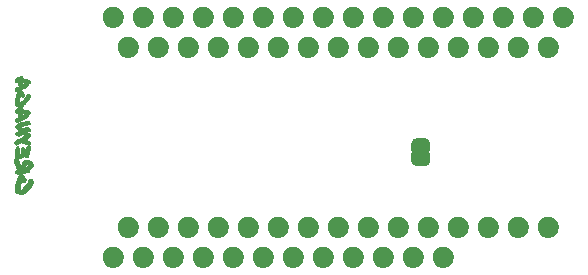
<source format=gbr>
G04 #@! TF.GenerationSoftware,KiCad,Pcbnew,5.1.5-52549c5~84~ubuntu18.04.1*
G04 #@! TF.CreationDate,2020-02-08T18:13:24-07:00*
G04 #@! TF.ProjectId,FeatherWing_KC5,46656174-6865-4725-9769-6e675f4b4335,rev?*
G04 #@! TF.SameCoordinates,Original*
G04 #@! TF.FileFunction,Soldermask,Bot*
G04 #@! TF.FilePolarity,Negative*
%FSLAX46Y46*%
G04 Gerber Fmt 4.6, Leading zero omitted, Abs format (unit mm)*
G04 Created by KiCad (PCBNEW 5.1.5-52549c5~84~ubuntu18.04.1) date 2020-02-08 18:13:24*
%MOMM*%
%LPD*%
G04 APERTURE LIST*
%ADD10C,0.010000*%
%ADD11C,0.100000*%
G04 APERTURE END LIST*
D10*
G36*
X115775029Y-93714146D02*
G01*
X115721913Y-93630808D01*
X115642364Y-93548142D01*
X115543729Y-93471504D01*
X115433355Y-93406250D01*
X115318588Y-93357737D01*
X115206774Y-93331324D01*
X115157047Y-93328066D01*
X115092198Y-93330885D01*
X115046084Y-93344434D01*
X115001859Y-93376356D01*
X114958730Y-93418025D01*
X114907638Y-93477014D01*
X114865318Y-93545712D01*
X114825010Y-93636311D01*
X114798988Y-93706235D01*
X114766429Y-93795748D01*
X114743671Y-93850721D01*
X114727161Y-93876790D01*
X114713345Y-93879587D01*
X114698850Y-93864985D01*
X114639595Y-93767500D01*
X114593396Y-93647356D01*
X114556707Y-93495199D01*
X114554690Y-93484631D01*
X114536758Y-93396166D01*
X114519169Y-93320703D01*
X114504785Y-93270132D01*
X114500439Y-93259275D01*
X114493783Y-93234916D01*
X114513004Y-93224360D01*
X114559684Y-93222233D01*
X114624810Y-93211230D01*
X114715407Y-93180451D01*
X114812613Y-93137566D01*
X114908182Y-93092655D01*
X114974025Y-93065962D01*
X115017648Y-93055562D01*
X115046558Y-93059528D01*
X115065176Y-93072761D01*
X115096460Y-93086732D01*
X115154247Y-93100561D01*
X115194316Y-93106960D01*
X115260105Y-93113556D01*
X115298347Y-93108817D01*
X115323105Y-93089189D01*
X115335770Y-93071224D01*
X115358609Y-93020912D01*
X115385622Y-92937852D01*
X115414582Y-92831141D01*
X115443263Y-92709878D01*
X115469439Y-92583162D01*
X115490883Y-92460091D01*
X115498883Y-92404669D01*
X115510439Y-92313201D01*
X115515199Y-92253702D01*
X115512353Y-92216236D01*
X115501094Y-92190863D01*
X115480613Y-92167648D01*
X115479512Y-92166544D01*
X115447280Y-92127872D01*
X115434534Y-92100400D01*
X115416176Y-92085398D01*
X115372570Y-92079233D01*
X115305688Y-92099246D01*
X115252475Y-92158949D01*
X115213303Y-92257844D01*
X115201690Y-92308061D01*
X115182297Y-92396220D01*
X115159496Y-92485346D01*
X115148301Y-92523733D01*
X115127289Y-92595492D01*
X115110472Y-92660548D01*
X115106809Y-92677191D01*
X115086518Y-92722065D01*
X115060794Y-92735400D01*
X115043501Y-92730211D01*
X115035050Y-92708962D01*
X115034330Y-92663127D01*
X115040233Y-92584180D01*
X115040591Y-92580205D01*
X115054655Y-92425010D01*
X114981432Y-92347372D01*
X114932850Y-92302339D01*
X114890860Y-92274323D01*
X114875467Y-92269733D01*
X114848225Y-92286869D01*
X114810848Y-92331336D01*
X114778994Y-92380858D01*
X114745131Y-92445530D01*
X114725796Y-92502810D01*
X114717078Y-92569558D01*
X114715066Y-92656336D01*
X114714256Y-92739316D01*
X114709611Y-92791016D01*
X114697434Y-92822489D01*
X114674028Y-92844787D01*
X114646075Y-92862632D01*
X114597577Y-92889888D01*
X114564915Y-92904081D01*
X114561409Y-92904654D01*
X114550533Y-92885202D01*
X114546060Y-92832207D01*
X114547670Y-92753920D01*
X114555040Y-92658594D01*
X114567849Y-92554481D01*
X114577384Y-92494804D01*
X114609234Y-92312162D01*
X114531733Y-92239062D01*
X114477818Y-92194604D01*
X114435391Y-92181999D01*
X114392351Y-92202165D01*
X114338748Y-92253716D01*
X114303144Y-92313837D01*
X114271298Y-92411888D01*
X114244242Y-92543556D01*
X114223009Y-92704525D01*
X114217820Y-92759131D01*
X114214899Y-92916069D01*
X114236570Y-93039085D01*
X114282980Y-93128820D01*
X114308646Y-93155662D01*
X114343857Y-93187919D01*
X114348176Y-93199253D01*
X114323199Y-93195881D01*
X114318735Y-93194880D01*
X114261831Y-93203223D01*
X114218193Y-93233982D01*
X114177454Y-93300522D01*
X114165523Y-93397635D01*
X114182393Y-93524882D01*
X114226485Y-93677316D01*
X114296853Y-93859428D01*
X114369508Y-94007994D01*
X114439700Y-94114780D01*
X114439700Y-93222233D01*
X114422278Y-93214489D01*
X114425589Y-93208122D01*
X114450709Y-93205589D01*
X114453812Y-93208122D01*
X114450906Y-93220706D01*
X114439700Y-93222233D01*
X114439700Y-94114780D01*
X114442401Y-94118890D01*
X114450993Y-94129382D01*
X114484998Y-94171440D01*
X114492812Y-94190524D01*
X114475923Y-94195697D01*
X114461906Y-94195900D01*
X114414982Y-94205338D01*
X114353251Y-94228869D01*
X114334812Y-94237751D01*
X114267115Y-94289810D01*
X114234496Y-94354813D01*
X114239700Y-94425045D01*
X114256303Y-94458142D01*
X114305383Y-94500659D01*
X114382317Y-94532447D01*
X114473171Y-94549544D01*
X114564008Y-94547986D01*
X114569403Y-94547173D01*
X114656980Y-94533169D01*
X114591069Y-94608237D01*
X114550821Y-94656705D01*
X114518130Y-94704479D01*
X114489644Y-94759356D01*
X114462014Y-94829135D01*
X114431888Y-94921615D01*
X114395914Y-95044595D01*
X114381246Y-95096557D01*
X114316998Y-95342542D01*
X114271998Y-95554004D01*
X114246329Y-95730285D01*
X114240069Y-95870729D01*
X114253300Y-95974677D01*
X114269006Y-96016233D01*
X114348048Y-96123441D01*
X114457048Y-96204296D01*
X114590738Y-96255926D01*
X114743850Y-96275456D01*
X114744255Y-96275462D01*
X114849460Y-96258214D01*
X114967380Y-96206064D01*
X115093596Y-96122826D01*
X115223693Y-96012310D01*
X115353252Y-95878329D01*
X115477856Y-95724693D01*
X115593089Y-95555214D01*
X115608849Y-95529400D01*
X115659790Y-95446117D01*
X115706896Y-95371518D01*
X115743186Y-95316552D01*
X115755740Y-95299004D01*
X115780916Y-95252107D01*
X115793308Y-95201877D01*
X115791108Y-95162594D01*
X115774786Y-95148400D01*
X115753995Y-95131429D01*
X115723131Y-95088268D01*
X115705759Y-95058762D01*
X115668388Y-95000878D01*
X115629262Y-94970563D01*
X115572459Y-94955495D01*
X115572289Y-94955467D01*
X115513311Y-94948744D01*
X115471529Y-94949063D01*
X115465747Y-94950452D01*
X115446696Y-94972280D01*
X115415343Y-95023028D01*
X115377333Y-95093277D01*
X115362608Y-95122538D01*
X115310492Y-95221912D01*
X115249820Y-95328399D01*
X115193299Y-95419735D01*
X115190769Y-95423566D01*
X115125019Y-95511062D01*
X115036901Y-95612406D01*
X114937236Y-95716468D01*
X114836847Y-95812120D01*
X114746553Y-95888232D01*
X114720071Y-95907685D01*
X114674741Y-95936531D01*
X114651208Y-95940731D01*
X114638337Y-95922238D01*
X114638259Y-95922037D01*
X114631552Y-95872500D01*
X114634177Y-95790326D01*
X114645250Y-95683962D01*
X114663889Y-95561854D01*
X114683117Y-95463591D01*
X114683117Y-94534566D01*
X114672534Y-94523983D01*
X114683117Y-94513400D01*
X114693700Y-94523983D01*
X114683117Y-94534566D01*
X114683117Y-95463591D01*
X114689211Y-95432448D01*
X114689625Y-95430550D01*
X114714191Y-95320692D01*
X114733812Y-95246976D01*
X114752382Y-95204142D01*
X114773791Y-95186929D01*
X114801933Y-95190080D01*
X114840701Y-95208334D01*
X114850296Y-95213454D01*
X114906350Y-95237975D01*
X114949917Y-95247476D01*
X114959334Y-95246176D01*
X114988902Y-95249895D01*
X114995227Y-95259230D01*
X115016117Y-95275272D01*
X115052231Y-95258910D01*
X115097343Y-95214239D01*
X115129024Y-95171237D01*
X115185331Y-95086152D01*
X115103557Y-94925339D01*
X115047467Y-94827264D01*
X114978253Y-94723252D01*
X114910668Y-94635439D01*
X114909151Y-94633671D01*
X114854407Y-94567965D01*
X114825843Y-94527017D01*
X114820337Y-94505034D01*
X114834767Y-94496222D01*
X114835068Y-94496169D01*
X114892180Y-94485185D01*
X114971526Y-94468459D01*
X115063510Y-94448194D01*
X115101602Y-94439535D01*
X115101602Y-94024279D01*
X115080291Y-94020855D01*
X115081233Y-93984896D01*
X115102390Y-93914068D01*
X115129183Y-93839669D01*
X115164364Y-93755805D01*
X115196410Y-93710947D01*
X115230915Y-93702678D01*
X115273474Y-93728578D01*
X115307935Y-93762410D01*
X115333774Y-93794443D01*
X115339791Y-93822241D01*
X115322204Y-93853491D01*
X115277228Y-93895879D01*
X115219119Y-93942868D01*
X115147199Y-93997505D01*
X115101602Y-94024279D01*
X115101602Y-94439535D01*
X115158540Y-94426591D01*
X115247021Y-94405851D01*
X115319360Y-94388175D01*
X115365962Y-94375765D01*
X115377803Y-94371633D01*
X115388352Y-94344727D01*
X115387349Y-94299443D01*
X115385716Y-94265024D01*
X115395613Y-94233852D01*
X115422428Y-94199556D01*
X115471551Y-94155766D01*
X115548369Y-94096110D01*
X115578343Y-94073627D01*
X115681571Y-93985809D01*
X115753282Y-93901353D01*
X115790089Y-93824666D01*
X115794367Y-93792797D01*
X115775029Y-93714146D01*
G37*
X115775029Y-93714146D02*
X115721913Y-93630808D01*
X115642364Y-93548142D01*
X115543729Y-93471504D01*
X115433355Y-93406250D01*
X115318588Y-93357737D01*
X115206774Y-93331324D01*
X115157047Y-93328066D01*
X115092198Y-93330885D01*
X115046084Y-93344434D01*
X115001859Y-93376356D01*
X114958730Y-93418025D01*
X114907638Y-93477014D01*
X114865318Y-93545712D01*
X114825010Y-93636311D01*
X114798988Y-93706235D01*
X114766429Y-93795748D01*
X114743671Y-93850721D01*
X114727161Y-93876790D01*
X114713345Y-93879587D01*
X114698850Y-93864985D01*
X114639595Y-93767500D01*
X114593396Y-93647356D01*
X114556707Y-93495199D01*
X114554690Y-93484631D01*
X114536758Y-93396166D01*
X114519169Y-93320703D01*
X114504785Y-93270132D01*
X114500439Y-93259275D01*
X114493783Y-93234916D01*
X114513004Y-93224360D01*
X114559684Y-93222233D01*
X114624810Y-93211230D01*
X114715407Y-93180451D01*
X114812613Y-93137566D01*
X114908182Y-93092655D01*
X114974025Y-93065962D01*
X115017648Y-93055562D01*
X115046558Y-93059528D01*
X115065176Y-93072761D01*
X115096460Y-93086732D01*
X115154247Y-93100561D01*
X115194316Y-93106960D01*
X115260105Y-93113556D01*
X115298347Y-93108817D01*
X115323105Y-93089189D01*
X115335770Y-93071224D01*
X115358609Y-93020912D01*
X115385622Y-92937852D01*
X115414582Y-92831141D01*
X115443263Y-92709878D01*
X115469439Y-92583162D01*
X115490883Y-92460091D01*
X115498883Y-92404669D01*
X115510439Y-92313201D01*
X115515199Y-92253702D01*
X115512353Y-92216236D01*
X115501094Y-92190863D01*
X115480613Y-92167648D01*
X115479512Y-92166544D01*
X115447280Y-92127872D01*
X115434534Y-92100400D01*
X115416176Y-92085398D01*
X115372570Y-92079233D01*
X115305688Y-92099246D01*
X115252475Y-92158949D01*
X115213303Y-92257844D01*
X115201690Y-92308061D01*
X115182297Y-92396220D01*
X115159496Y-92485346D01*
X115148301Y-92523733D01*
X115127289Y-92595492D01*
X115110472Y-92660548D01*
X115106809Y-92677191D01*
X115086518Y-92722065D01*
X115060794Y-92735400D01*
X115043501Y-92730211D01*
X115035050Y-92708962D01*
X115034330Y-92663127D01*
X115040233Y-92584180D01*
X115040591Y-92580205D01*
X115054655Y-92425010D01*
X114981432Y-92347372D01*
X114932850Y-92302339D01*
X114890860Y-92274323D01*
X114875467Y-92269733D01*
X114848225Y-92286869D01*
X114810848Y-92331336D01*
X114778994Y-92380858D01*
X114745131Y-92445530D01*
X114725796Y-92502810D01*
X114717078Y-92569558D01*
X114715066Y-92656336D01*
X114714256Y-92739316D01*
X114709611Y-92791016D01*
X114697434Y-92822489D01*
X114674028Y-92844787D01*
X114646075Y-92862632D01*
X114597577Y-92889888D01*
X114564915Y-92904081D01*
X114561409Y-92904654D01*
X114550533Y-92885202D01*
X114546060Y-92832207D01*
X114547670Y-92753920D01*
X114555040Y-92658594D01*
X114567849Y-92554481D01*
X114577384Y-92494804D01*
X114609234Y-92312162D01*
X114531733Y-92239062D01*
X114477818Y-92194604D01*
X114435391Y-92181999D01*
X114392351Y-92202165D01*
X114338748Y-92253716D01*
X114303144Y-92313837D01*
X114271298Y-92411888D01*
X114244242Y-92543556D01*
X114223009Y-92704525D01*
X114217820Y-92759131D01*
X114214899Y-92916069D01*
X114236570Y-93039085D01*
X114282980Y-93128820D01*
X114308646Y-93155662D01*
X114343857Y-93187919D01*
X114348176Y-93199253D01*
X114323199Y-93195881D01*
X114318735Y-93194880D01*
X114261831Y-93203223D01*
X114218193Y-93233982D01*
X114177454Y-93300522D01*
X114165523Y-93397635D01*
X114182393Y-93524882D01*
X114226485Y-93677316D01*
X114296853Y-93859428D01*
X114369508Y-94007994D01*
X114439700Y-94114780D01*
X114439700Y-93222233D01*
X114422278Y-93214489D01*
X114425589Y-93208122D01*
X114450709Y-93205589D01*
X114453812Y-93208122D01*
X114450906Y-93220706D01*
X114439700Y-93222233D01*
X114439700Y-94114780D01*
X114442401Y-94118890D01*
X114450993Y-94129382D01*
X114484998Y-94171440D01*
X114492812Y-94190524D01*
X114475923Y-94195697D01*
X114461906Y-94195900D01*
X114414982Y-94205338D01*
X114353251Y-94228869D01*
X114334812Y-94237751D01*
X114267115Y-94289810D01*
X114234496Y-94354813D01*
X114239700Y-94425045D01*
X114256303Y-94458142D01*
X114305383Y-94500659D01*
X114382317Y-94532447D01*
X114473171Y-94549544D01*
X114564008Y-94547986D01*
X114569403Y-94547173D01*
X114656980Y-94533169D01*
X114591069Y-94608237D01*
X114550821Y-94656705D01*
X114518130Y-94704479D01*
X114489644Y-94759356D01*
X114462014Y-94829135D01*
X114431888Y-94921615D01*
X114395914Y-95044595D01*
X114381246Y-95096557D01*
X114316998Y-95342542D01*
X114271998Y-95554004D01*
X114246329Y-95730285D01*
X114240069Y-95870729D01*
X114253300Y-95974677D01*
X114269006Y-96016233D01*
X114348048Y-96123441D01*
X114457048Y-96204296D01*
X114590738Y-96255926D01*
X114743850Y-96275456D01*
X114744255Y-96275462D01*
X114849460Y-96258214D01*
X114967380Y-96206064D01*
X115093596Y-96122826D01*
X115223693Y-96012310D01*
X115353252Y-95878329D01*
X115477856Y-95724693D01*
X115593089Y-95555214D01*
X115608849Y-95529400D01*
X115659790Y-95446117D01*
X115706896Y-95371518D01*
X115743186Y-95316552D01*
X115755740Y-95299004D01*
X115780916Y-95252107D01*
X115793308Y-95201877D01*
X115791108Y-95162594D01*
X115774786Y-95148400D01*
X115753995Y-95131429D01*
X115723131Y-95088268D01*
X115705759Y-95058762D01*
X115668388Y-95000878D01*
X115629262Y-94970563D01*
X115572459Y-94955495D01*
X115572289Y-94955467D01*
X115513311Y-94948744D01*
X115471529Y-94949063D01*
X115465747Y-94950452D01*
X115446696Y-94972280D01*
X115415343Y-95023028D01*
X115377333Y-95093277D01*
X115362608Y-95122538D01*
X115310492Y-95221912D01*
X115249820Y-95328399D01*
X115193299Y-95419735D01*
X115190769Y-95423566D01*
X115125019Y-95511062D01*
X115036901Y-95612406D01*
X114937236Y-95716468D01*
X114836847Y-95812120D01*
X114746553Y-95888232D01*
X114720071Y-95907685D01*
X114674741Y-95936531D01*
X114651208Y-95940731D01*
X114638337Y-95922238D01*
X114638259Y-95922037D01*
X114631552Y-95872500D01*
X114634177Y-95790326D01*
X114645250Y-95683962D01*
X114663889Y-95561854D01*
X114683117Y-95463591D01*
X114683117Y-94534566D01*
X114672534Y-94523983D01*
X114683117Y-94513400D01*
X114693700Y-94523983D01*
X114683117Y-94534566D01*
X114683117Y-95463591D01*
X114689211Y-95432448D01*
X114689625Y-95430550D01*
X114714191Y-95320692D01*
X114733812Y-95246976D01*
X114752382Y-95204142D01*
X114773791Y-95186929D01*
X114801933Y-95190080D01*
X114840701Y-95208334D01*
X114850296Y-95213454D01*
X114906350Y-95237975D01*
X114949917Y-95247476D01*
X114959334Y-95246176D01*
X114988902Y-95249895D01*
X114995227Y-95259230D01*
X115016117Y-95275272D01*
X115052231Y-95258910D01*
X115097343Y-95214239D01*
X115129024Y-95171237D01*
X115185331Y-95086152D01*
X115103557Y-94925339D01*
X115047467Y-94827264D01*
X114978253Y-94723252D01*
X114910668Y-94635439D01*
X114909151Y-94633671D01*
X114854407Y-94567965D01*
X114825843Y-94527017D01*
X114820337Y-94505034D01*
X114834767Y-94496222D01*
X114835068Y-94496169D01*
X114892180Y-94485185D01*
X114971526Y-94468459D01*
X115063510Y-94448194D01*
X115101602Y-94439535D01*
X115101602Y-94024279D01*
X115080291Y-94020855D01*
X115081233Y-93984896D01*
X115102390Y-93914068D01*
X115129183Y-93839669D01*
X115164364Y-93755805D01*
X115196410Y-93710947D01*
X115230915Y-93702678D01*
X115273474Y-93728578D01*
X115307935Y-93762410D01*
X115333774Y-93794443D01*
X115339791Y-93822241D01*
X115322204Y-93853491D01*
X115277228Y-93895879D01*
X115219119Y-93942868D01*
X115147199Y-93997505D01*
X115101602Y-94024279D01*
X115101602Y-94439535D01*
X115158540Y-94426591D01*
X115247021Y-94405851D01*
X115319360Y-94388175D01*
X115365962Y-94375765D01*
X115377803Y-94371633D01*
X115388352Y-94344727D01*
X115387349Y-94299443D01*
X115385716Y-94265024D01*
X115395613Y-94233852D01*
X115422428Y-94199556D01*
X115471551Y-94155766D01*
X115548369Y-94096110D01*
X115578343Y-94073627D01*
X115681571Y-93985809D01*
X115753282Y-93901353D01*
X115790089Y-93824666D01*
X115794367Y-93792797D01*
X115775029Y-93714146D01*
G36*
X115526790Y-91192927D02*
G01*
X115492264Y-91142111D01*
X115468750Y-91114414D01*
X115423513Y-91071281D01*
X115382044Y-91051022D01*
X115337436Y-91055506D01*
X115282780Y-91086601D01*
X115211170Y-91146176D01*
X115153794Y-91199596D01*
X115046272Y-91289948D01*
X114900847Y-91392970D01*
X114719570Y-91507339D01*
X114504492Y-91631733D01*
X114365617Y-91707659D01*
X114260432Y-91769068D01*
X114193587Y-91819673D01*
X114166026Y-91858728D01*
X114165362Y-91866320D01*
X114173601Y-91892049D01*
X114192480Y-91938472D01*
X114194081Y-91942163D01*
X114238461Y-92001378D01*
X114304123Y-92044110D01*
X114364465Y-92058066D01*
X114394309Y-92048833D01*
X114452298Y-92023899D01*
X114529186Y-91987417D01*
X114591010Y-91956353D01*
X114788950Y-91854640D01*
X114858516Y-91901848D01*
X114916905Y-91933331D01*
X114995623Y-91960520D01*
X115101144Y-91985101D01*
X115239941Y-92008761D01*
X115305383Y-92018227D01*
X115387277Y-92028509D01*
X115438806Y-92030554D01*
X115471330Y-92023283D01*
X115496207Y-92005614D01*
X115502527Y-91999481D01*
X115525470Y-91973686D01*
X115531487Y-91949420D01*
X115519924Y-91912802D01*
X115496035Y-91862117D01*
X115463394Y-91803170D01*
X115426904Y-91762571D01*
X115376357Y-91734003D01*
X115301549Y-91711152D01*
X115224771Y-91694248D01*
X115089092Y-91666483D01*
X115195690Y-91591941D01*
X115319049Y-91499247D01*
X115418821Y-91411090D01*
X115491166Y-91331512D01*
X115532246Y-91264555D01*
X115540367Y-91229035D01*
X115526790Y-91192927D01*
G37*
X115526790Y-91192927D02*
X115492264Y-91142111D01*
X115468750Y-91114414D01*
X115423513Y-91071281D01*
X115382044Y-91051022D01*
X115337436Y-91055506D01*
X115282780Y-91086601D01*
X115211170Y-91146176D01*
X115153794Y-91199596D01*
X115046272Y-91289948D01*
X114900847Y-91392970D01*
X114719570Y-91507339D01*
X114504492Y-91631733D01*
X114365617Y-91707659D01*
X114260432Y-91769068D01*
X114193587Y-91819673D01*
X114166026Y-91858728D01*
X114165362Y-91866320D01*
X114173601Y-91892049D01*
X114192480Y-91938472D01*
X114194081Y-91942163D01*
X114238461Y-92001378D01*
X114304123Y-92044110D01*
X114364465Y-92058066D01*
X114394309Y-92048833D01*
X114452298Y-92023899D01*
X114529186Y-91987417D01*
X114591010Y-91956353D01*
X114788950Y-91854640D01*
X114858516Y-91901848D01*
X114916905Y-91933331D01*
X114995623Y-91960520D01*
X115101144Y-91985101D01*
X115239941Y-92008761D01*
X115305383Y-92018227D01*
X115387277Y-92028509D01*
X115438806Y-92030554D01*
X115471330Y-92023283D01*
X115496207Y-92005614D01*
X115502527Y-91999481D01*
X115525470Y-91973686D01*
X115531487Y-91949420D01*
X115519924Y-91912802D01*
X115496035Y-91862117D01*
X115463394Y-91803170D01*
X115426904Y-91762571D01*
X115376357Y-91734003D01*
X115301549Y-91711152D01*
X115224771Y-91694248D01*
X115089092Y-91666483D01*
X115195690Y-91591941D01*
X115319049Y-91499247D01*
X115418821Y-91411090D01*
X115491166Y-91331512D01*
X115532246Y-91264555D01*
X115540367Y-91229035D01*
X115526790Y-91192927D01*
G36*
X115507063Y-87924240D02*
G01*
X115476852Y-87870053D01*
X115437867Y-87816136D01*
X115399409Y-87775477D01*
X115372566Y-87760944D01*
X115324702Y-87755288D01*
X115294094Y-87748529D01*
X115271672Y-87747519D01*
X115249156Y-87761290D01*
X115221763Y-87795750D01*
X115184711Y-87856809D01*
X115138208Y-87941136D01*
X115001767Y-88163940D01*
X114853671Y-88348304D01*
X114697510Y-88492488D01*
X114577284Y-88587035D01*
X114566700Y-88465176D01*
X114563018Y-88397660D01*
X114564439Y-88349045D01*
X114568872Y-88332733D01*
X114578771Y-88307294D01*
X114589938Y-88254061D01*
X114595669Y-88216316D01*
X114610220Y-88131058D01*
X114629717Y-88045237D01*
X114636426Y-88021130D01*
X114663141Y-87931776D01*
X114723174Y-87962921D01*
X114773844Y-87984980D01*
X114810773Y-87994066D01*
X114841702Y-88009630D01*
X114846407Y-88018268D01*
X114866695Y-88031909D01*
X114901453Y-88016581D01*
X114941744Y-87978590D01*
X114978032Y-87925366D01*
X115016601Y-87853747D01*
X114929465Y-87694980D01*
X114882363Y-87614669D01*
X114835203Y-87543366D01*
X114796553Y-87493818D01*
X114789181Y-87486283D01*
X114753218Y-87446353D01*
X114736480Y-87415645D01*
X114736321Y-87413585D01*
X114754643Y-87396046D01*
X114799534Y-87369558D01*
X114799534Y-86997805D01*
X114799534Y-86915584D01*
X114802518Y-86853772D01*
X114809868Y-86807260D01*
X114811573Y-86801989D01*
X114833966Y-86784732D01*
X114883623Y-86786170D01*
X114964733Y-86806718D01*
X115011062Y-86821784D01*
X115021333Y-86838598D01*
X114994685Y-86870161D01*
X114930361Y-86917188D01*
X114868325Y-86956182D01*
X114799534Y-86997805D01*
X114799534Y-87369558D01*
X114803784Y-87367050D01*
X114875402Y-87331208D01*
X114930682Y-87306150D01*
X115072067Y-87241772D01*
X115176703Y-87187440D01*
X115248278Y-87140658D01*
X115290476Y-87098931D01*
X115306983Y-87059762D01*
X115307534Y-87050988D01*
X115326146Y-86992918D01*
X115378007Y-86926261D01*
X115457152Y-86858377D01*
X115472250Y-86847685D01*
X115500339Y-86824941D01*
X115510376Y-86799410D01*
X115504625Y-86756818D01*
X115493544Y-86713413D01*
X115464583Y-86636531D01*
X115421022Y-86587730D01*
X115352693Y-86558804D01*
X115286367Y-86546226D01*
X115215745Y-86534550D01*
X115124369Y-86517249D01*
X115037659Y-86499269D01*
X114955879Y-86479348D01*
X114908336Y-86461392D01*
X114887309Y-86441758D01*
X114884200Y-86426818D01*
X114873448Y-86381230D01*
X114846939Y-86325906D01*
X114813298Y-86274902D01*
X114781148Y-86242272D01*
X114767886Y-86237233D01*
X114738420Y-86252048D01*
X114695741Y-86289487D01*
X114675621Y-86311034D01*
X114631764Y-86356301D01*
X114594441Y-86375339D01*
X114544640Y-86375678D01*
X114519970Y-86372669D01*
X114421649Y-86379683D01*
X114332399Y-86425252D01*
X114258521Y-86505690D01*
X114240080Y-86536470D01*
X114214915Y-86591043D01*
X114211873Y-86632863D01*
X114227230Y-86679794D01*
X114253513Y-86723907D01*
X114279754Y-86737820D01*
X114281987Y-86737181D01*
X114314729Y-86743456D01*
X114345742Y-86767827D01*
X114384630Y-86802326D01*
X114412894Y-86799571D01*
X114440577Y-86757795D01*
X114444122Y-86750525D01*
X114474874Y-86706669D01*
X114504856Y-86691882D01*
X114524305Y-86706802D01*
X114524914Y-86745233D01*
X114519285Y-86795529D01*
X114515404Y-86869090D01*
X114514331Y-86924400D01*
X114516236Y-86997771D01*
X114525060Y-87040628D01*
X114544267Y-87064646D01*
X114558395Y-87073016D01*
X114585178Y-87095354D01*
X114576526Y-87119589D01*
X114530442Y-87147483D01*
X114444931Y-87180800D01*
X114430950Y-87185575D01*
X114358258Y-87214172D01*
X114296929Y-87245314D01*
X114270375Y-87263809D01*
X114236452Y-87317216D01*
X114229833Y-87380809D01*
X114246951Y-87442040D01*
X114284239Y-87488360D01*
X114338130Y-87507222D01*
X114339576Y-87507233D01*
X114377183Y-87518865D01*
X114386819Y-87528457D01*
X114415040Y-87538153D01*
X114438880Y-87528839D01*
X114462252Y-87518106D01*
X114466585Y-87526347D01*
X114451990Y-87561348D01*
X114439718Y-87586990D01*
X114417349Y-87643342D01*
X114388285Y-87730795D01*
X114355433Y-87839220D01*
X114321698Y-87958485D01*
X114289984Y-88078463D01*
X114263198Y-88189023D01*
X114251158Y-88244390D01*
X114228123Y-88415148D01*
X114235508Y-88556847D01*
X114273845Y-88670407D01*
X114343667Y-88756749D01*
X114445505Y-88816795D01*
X114579893Y-88851465D01*
X114603879Y-88854652D01*
X114709430Y-88867153D01*
X114665520Y-88933318D01*
X114632966Y-88975012D01*
X114598222Y-88992297D01*
X114543160Y-88993010D01*
X114529771Y-88991990D01*
X114455571Y-88993363D01*
X114387257Y-89006191D01*
X114374767Y-89010660D01*
X114302949Y-89057964D01*
X114249985Y-89126297D01*
X114221669Y-89203850D01*
X114223798Y-89278815D01*
X114232236Y-89301108D01*
X114263177Y-89337685D01*
X114291488Y-89348733D01*
X114332088Y-89363488D01*
X114365165Y-89390567D01*
X114404599Y-89419720D01*
X114431062Y-89410277D01*
X114439700Y-89369395D01*
X114453332Y-89334721D01*
X114484034Y-89305064D01*
X114516518Y-89292618D01*
X114529699Y-89297621D01*
X114532407Y-89323297D01*
X114525382Y-89373148D01*
X114522404Y-89386835D01*
X114504138Y-89503344D01*
X114507065Y-89598438D01*
X114530626Y-89665606D01*
X114548074Y-89685200D01*
X114592947Y-89721536D01*
X114539455Y-89756585D01*
X114485070Y-89783716D01*
X114413628Y-89809252D01*
X114389692Y-89815875D01*
X114302481Y-89853221D01*
X114248394Y-89910855D01*
X114230933Y-89984687D01*
X114232037Y-90000146D01*
X114255437Y-90052453D01*
X114304109Y-90100556D01*
X114363622Y-90134058D01*
X114419543Y-90142566D01*
X114427392Y-90140855D01*
X114446405Y-90134359D01*
X114476479Y-90122285D01*
X114521547Y-90102863D01*
X114585538Y-90074321D01*
X114672384Y-90034890D01*
X114786015Y-89982799D01*
X114799534Y-89976569D01*
X114799534Y-89605442D01*
X114799534Y-89510087D01*
X114803630Y-89450010D01*
X114813963Y-89409683D01*
X114819615Y-89402321D01*
X114850589Y-89399760D01*
X114906084Y-89407472D01*
X114936851Y-89414374D01*
X114994065Y-89430460D01*
X115016781Y-89444315D01*
X115011947Y-89462332D01*
X115001939Y-89474272D01*
X114963831Y-89506443D01*
X114906661Y-89544696D01*
X114884703Y-89557574D01*
X114799534Y-89605442D01*
X114799534Y-89976569D01*
X114930362Y-89916277D01*
X115099094Y-89838300D01*
X115196451Y-89789846D01*
X115259508Y-89748730D01*
X115294358Y-89709618D01*
X115307092Y-89667175D01*
X115307534Y-89655779D01*
X115326863Y-89605350D01*
X115385016Y-89539262D01*
X115413315Y-89513481D01*
X115519096Y-89420947D01*
X115482106Y-89305465D01*
X115459655Y-89240088D01*
X115437854Y-89203736D01*
X115404633Y-89185059D01*
X115347920Y-89172704D01*
X115339284Y-89171165D01*
X115191367Y-89144401D01*
X115079999Y-89122752D01*
X114999936Y-89104598D01*
X114945932Y-89088317D01*
X114912744Y-89072289D01*
X114895126Y-89054892D01*
X114887834Y-89034506D01*
X114887363Y-89031493D01*
X114869521Y-88975945D01*
X114839738Y-88922410D01*
X114809360Y-88873502D01*
X114805741Y-88838823D01*
X114832670Y-88807402D01*
X114892729Y-88768973D01*
X114948543Y-88728819D01*
X115020111Y-88666930D01*
X115095702Y-88593764D01*
X115130854Y-88556746D01*
X115192339Y-88484554D01*
X115259925Y-88396509D01*
X115328655Y-88300155D01*
X115393573Y-88203034D01*
X115449722Y-88112693D01*
X115492144Y-88036673D01*
X115515884Y-87982520D01*
X115519200Y-87965709D01*
X115507063Y-87924240D01*
G37*
X115507063Y-87924240D02*
X115476852Y-87870053D01*
X115437867Y-87816136D01*
X115399409Y-87775477D01*
X115372566Y-87760944D01*
X115324702Y-87755288D01*
X115294094Y-87748529D01*
X115271672Y-87747519D01*
X115249156Y-87761290D01*
X115221763Y-87795750D01*
X115184711Y-87856809D01*
X115138208Y-87941136D01*
X115001767Y-88163940D01*
X114853671Y-88348304D01*
X114697510Y-88492488D01*
X114577284Y-88587035D01*
X114566700Y-88465176D01*
X114563018Y-88397660D01*
X114564439Y-88349045D01*
X114568872Y-88332733D01*
X114578771Y-88307294D01*
X114589938Y-88254061D01*
X114595669Y-88216316D01*
X114610220Y-88131058D01*
X114629717Y-88045237D01*
X114636426Y-88021130D01*
X114663141Y-87931776D01*
X114723174Y-87962921D01*
X114773844Y-87984980D01*
X114810773Y-87994066D01*
X114841702Y-88009630D01*
X114846407Y-88018268D01*
X114866695Y-88031909D01*
X114901453Y-88016581D01*
X114941744Y-87978590D01*
X114978032Y-87925366D01*
X115016601Y-87853747D01*
X114929465Y-87694980D01*
X114882363Y-87614669D01*
X114835203Y-87543366D01*
X114796553Y-87493818D01*
X114789181Y-87486283D01*
X114753218Y-87446353D01*
X114736480Y-87415645D01*
X114736321Y-87413585D01*
X114754643Y-87396046D01*
X114799534Y-87369558D01*
X114799534Y-86997805D01*
X114799534Y-86915584D01*
X114802518Y-86853772D01*
X114809868Y-86807260D01*
X114811573Y-86801989D01*
X114833966Y-86784732D01*
X114883623Y-86786170D01*
X114964733Y-86806718D01*
X115011062Y-86821784D01*
X115021333Y-86838598D01*
X114994685Y-86870161D01*
X114930361Y-86917188D01*
X114868325Y-86956182D01*
X114799534Y-86997805D01*
X114799534Y-87369558D01*
X114803784Y-87367050D01*
X114875402Y-87331208D01*
X114930682Y-87306150D01*
X115072067Y-87241772D01*
X115176703Y-87187440D01*
X115248278Y-87140658D01*
X115290476Y-87098931D01*
X115306983Y-87059762D01*
X115307534Y-87050988D01*
X115326146Y-86992918D01*
X115378007Y-86926261D01*
X115457152Y-86858377D01*
X115472250Y-86847685D01*
X115500339Y-86824941D01*
X115510376Y-86799410D01*
X115504625Y-86756818D01*
X115493544Y-86713413D01*
X115464583Y-86636531D01*
X115421022Y-86587730D01*
X115352693Y-86558804D01*
X115286367Y-86546226D01*
X115215745Y-86534550D01*
X115124369Y-86517249D01*
X115037659Y-86499269D01*
X114955879Y-86479348D01*
X114908336Y-86461392D01*
X114887309Y-86441758D01*
X114884200Y-86426818D01*
X114873448Y-86381230D01*
X114846939Y-86325906D01*
X114813298Y-86274902D01*
X114781148Y-86242272D01*
X114767886Y-86237233D01*
X114738420Y-86252048D01*
X114695741Y-86289487D01*
X114675621Y-86311034D01*
X114631764Y-86356301D01*
X114594441Y-86375339D01*
X114544640Y-86375678D01*
X114519970Y-86372669D01*
X114421649Y-86379683D01*
X114332399Y-86425252D01*
X114258521Y-86505690D01*
X114240080Y-86536470D01*
X114214915Y-86591043D01*
X114211873Y-86632863D01*
X114227230Y-86679794D01*
X114253513Y-86723907D01*
X114279754Y-86737820D01*
X114281987Y-86737181D01*
X114314729Y-86743456D01*
X114345742Y-86767827D01*
X114384630Y-86802326D01*
X114412894Y-86799571D01*
X114440577Y-86757795D01*
X114444122Y-86750525D01*
X114474874Y-86706669D01*
X114504856Y-86691882D01*
X114524305Y-86706802D01*
X114524914Y-86745233D01*
X114519285Y-86795529D01*
X114515404Y-86869090D01*
X114514331Y-86924400D01*
X114516236Y-86997771D01*
X114525060Y-87040628D01*
X114544267Y-87064646D01*
X114558395Y-87073016D01*
X114585178Y-87095354D01*
X114576526Y-87119589D01*
X114530442Y-87147483D01*
X114444931Y-87180800D01*
X114430950Y-87185575D01*
X114358258Y-87214172D01*
X114296929Y-87245314D01*
X114270375Y-87263809D01*
X114236452Y-87317216D01*
X114229833Y-87380809D01*
X114246951Y-87442040D01*
X114284239Y-87488360D01*
X114338130Y-87507222D01*
X114339576Y-87507233D01*
X114377183Y-87518865D01*
X114386819Y-87528457D01*
X114415040Y-87538153D01*
X114438880Y-87528839D01*
X114462252Y-87518106D01*
X114466585Y-87526347D01*
X114451990Y-87561348D01*
X114439718Y-87586990D01*
X114417349Y-87643342D01*
X114388285Y-87730795D01*
X114355433Y-87839220D01*
X114321698Y-87958485D01*
X114289984Y-88078463D01*
X114263198Y-88189023D01*
X114251158Y-88244390D01*
X114228123Y-88415148D01*
X114235508Y-88556847D01*
X114273845Y-88670407D01*
X114343667Y-88756749D01*
X114445505Y-88816795D01*
X114579893Y-88851465D01*
X114603879Y-88854652D01*
X114709430Y-88867153D01*
X114665520Y-88933318D01*
X114632966Y-88975012D01*
X114598222Y-88992297D01*
X114543160Y-88993010D01*
X114529771Y-88991990D01*
X114455571Y-88993363D01*
X114387257Y-89006191D01*
X114374767Y-89010660D01*
X114302949Y-89057964D01*
X114249985Y-89126297D01*
X114221669Y-89203850D01*
X114223798Y-89278815D01*
X114232236Y-89301108D01*
X114263177Y-89337685D01*
X114291488Y-89348733D01*
X114332088Y-89363488D01*
X114365165Y-89390567D01*
X114404599Y-89419720D01*
X114431062Y-89410277D01*
X114439700Y-89369395D01*
X114453332Y-89334721D01*
X114484034Y-89305064D01*
X114516518Y-89292618D01*
X114529699Y-89297621D01*
X114532407Y-89323297D01*
X114525382Y-89373148D01*
X114522404Y-89386835D01*
X114504138Y-89503344D01*
X114507065Y-89598438D01*
X114530626Y-89665606D01*
X114548074Y-89685200D01*
X114592947Y-89721536D01*
X114539455Y-89756585D01*
X114485070Y-89783716D01*
X114413628Y-89809252D01*
X114389692Y-89815875D01*
X114302481Y-89853221D01*
X114248394Y-89910855D01*
X114230933Y-89984687D01*
X114232037Y-90000146D01*
X114255437Y-90052453D01*
X114304109Y-90100556D01*
X114363622Y-90134058D01*
X114419543Y-90142566D01*
X114427392Y-90140855D01*
X114446405Y-90134359D01*
X114476479Y-90122285D01*
X114521547Y-90102863D01*
X114585538Y-90074321D01*
X114672384Y-90034890D01*
X114786015Y-89982799D01*
X114799534Y-89976569D01*
X114799534Y-89605442D01*
X114799534Y-89510087D01*
X114803630Y-89450010D01*
X114813963Y-89409683D01*
X114819615Y-89402321D01*
X114850589Y-89399760D01*
X114906084Y-89407472D01*
X114936851Y-89414374D01*
X114994065Y-89430460D01*
X115016781Y-89444315D01*
X115011947Y-89462332D01*
X115001939Y-89474272D01*
X114963831Y-89506443D01*
X114906661Y-89544696D01*
X114884703Y-89557574D01*
X114799534Y-89605442D01*
X114799534Y-89976569D01*
X114930362Y-89916277D01*
X115099094Y-89838300D01*
X115196451Y-89789846D01*
X115259508Y-89748730D01*
X115294358Y-89709618D01*
X115307092Y-89667175D01*
X115307534Y-89655779D01*
X115326863Y-89605350D01*
X115385016Y-89539262D01*
X115413315Y-89513481D01*
X115519096Y-89420947D01*
X115482106Y-89305465D01*
X115459655Y-89240088D01*
X115437854Y-89203736D01*
X115404633Y-89185059D01*
X115347920Y-89172704D01*
X115339284Y-89171165D01*
X115191367Y-89144401D01*
X115079999Y-89122752D01*
X114999936Y-89104598D01*
X114945932Y-89088317D01*
X114912744Y-89072289D01*
X114895126Y-89054892D01*
X114887834Y-89034506D01*
X114887363Y-89031493D01*
X114869521Y-88975945D01*
X114839738Y-88922410D01*
X114809360Y-88873502D01*
X114805741Y-88838823D01*
X114832670Y-88807402D01*
X114892729Y-88768973D01*
X114948543Y-88728819D01*
X115020111Y-88666930D01*
X115095702Y-88593764D01*
X115130854Y-88556746D01*
X115192339Y-88484554D01*
X115259925Y-88396509D01*
X115328655Y-88300155D01*
X115393573Y-88203034D01*
X115449722Y-88112693D01*
X115492144Y-88036673D01*
X115515884Y-87982520D01*
X115519200Y-87965709D01*
X115507063Y-87924240D01*
G36*
X115527334Y-90256572D02*
G01*
X115498706Y-90213163D01*
X115488326Y-90200301D01*
X115453898Y-90154992D01*
X115435494Y-90122215D01*
X115434534Y-90117533D01*
X115418068Y-90095146D01*
X115377795Y-90065272D01*
X115371477Y-90061445D01*
X115320874Y-90038338D01*
X115270782Y-90036632D01*
X115223310Y-90047114D01*
X115170634Y-90064956D01*
X115140754Y-90082171D01*
X115138200Y-90086972D01*
X115118761Y-90097203D01*
X115066763Y-90110233D01*
X114991686Y-90123879D01*
X114952992Y-90129626D01*
X114741532Y-90170265D01*
X114567225Y-90228185D01*
X114430651Y-90303127D01*
X114332386Y-90394830D01*
X114316885Y-90415881D01*
X114277568Y-90490034D01*
X114271027Y-90556822D01*
X114298972Y-90624130D01*
X114363114Y-90699842D01*
X114382607Y-90718744D01*
X114444720Y-90773581D01*
X114501261Y-90816789D01*
X114540351Y-90839322D01*
X114541357Y-90839657D01*
X114577570Y-90856602D01*
X114587704Y-90868868D01*
X114569930Y-90889025D01*
X114525262Y-90917919D01*
X114466221Y-90948846D01*
X114405330Y-90975101D01*
X114365617Y-90987781D01*
X114295897Y-91018854D01*
X114246319Y-91067916D01*
X114228034Y-91122568D01*
X114243105Y-91167919D01*
X114265075Y-91195070D01*
X114328170Y-91239002D01*
X114407398Y-91279025D01*
X114485667Y-91307581D01*
X114541394Y-91317233D01*
X114578092Y-91308162D01*
X114646543Y-91282670D01*
X114740671Y-91243335D01*
X114854400Y-91192740D01*
X114981654Y-91133464D01*
X115039810Y-91105566D01*
X115165718Y-91045059D01*
X115279278Y-90991295D01*
X115374838Y-90946885D01*
X115446744Y-90914440D01*
X115489344Y-90896570D01*
X115498190Y-90893900D01*
X115516928Y-90882096D01*
X115511552Y-90844165D01*
X115481465Y-90776325D01*
X115478927Y-90771348D01*
X115411372Y-90670360D01*
X115332125Y-90609760D01*
X115239487Y-90588799D01*
X115131764Y-90606729D01*
X115117034Y-90611710D01*
X115064727Y-90623781D01*
X114992085Y-90632422D01*
X114909681Y-90637449D01*
X114828088Y-90638681D01*
X114757877Y-90635933D01*
X114709621Y-90629023D01*
X114693700Y-90619033D01*
X114712916Y-90585777D01*
X114764821Y-90547155D01*
X114840799Y-90507081D01*
X114932237Y-90469472D01*
X115030520Y-90438245D01*
X115127034Y-90417315D01*
X115142300Y-90415108D01*
X115214326Y-90401598D01*
X115297765Y-90380074D01*
X115382110Y-90354042D01*
X115456857Y-90327009D01*
X115511501Y-90302483D01*
X115535535Y-90283972D01*
X115535594Y-90283803D01*
X115527334Y-90256572D01*
G37*
X115527334Y-90256572D02*
X115498706Y-90213163D01*
X115488326Y-90200301D01*
X115453898Y-90154992D01*
X115435494Y-90122215D01*
X115434534Y-90117533D01*
X115418068Y-90095146D01*
X115377795Y-90065272D01*
X115371477Y-90061445D01*
X115320874Y-90038338D01*
X115270782Y-90036632D01*
X115223310Y-90047114D01*
X115170634Y-90064956D01*
X115140754Y-90082171D01*
X115138200Y-90086972D01*
X115118761Y-90097203D01*
X115066763Y-90110233D01*
X114991686Y-90123879D01*
X114952992Y-90129626D01*
X114741532Y-90170265D01*
X114567225Y-90228185D01*
X114430651Y-90303127D01*
X114332386Y-90394830D01*
X114316885Y-90415881D01*
X114277568Y-90490034D01*
X114271027Y-90556822D01*
X114298972Y-90624130D01*
X114363114Y-90699842D01*
X114382607Y-90718744D01*
X114444720Y-90773581D01*
X114501261Y-90816789D01*
X114540351Y-90839322D01*
X114541357Y-90839657D01*
X114577570Y-90856602D01*
X114587704Y-90868868D01*
X114569930Y-90889025D01*
X114525262Y-90917919D01*
X114466221Y-90948846D01*
X114405330Y-90975101D01*
X114365617Y-90987781D01*
X114295897Y-91018854D01*
X114246319Y-91067916D01*
X114228034Y-91122568D01*
X114243105Y-91167919D01*
X114265075Y-91195070D01*
X114328170Y-91239002D01*
X114407398Y-91279025D01*
X114485667Y-91307581D01*
X114541394Y-91317233D01*
X114578092Y-91308162D01*
X114646543Y-91282670D01*
X114740671Y-91243335D01*
X114854400Y-91192740D01*
X114981654Y-91133464D01*
X115039810Y-91105566D01*
X115165718Y-91045059D01*
X115279278Y-90991295D01*
X115374838Y-90946885D01*
X115446744Y-90914440D01*
X115489344Y-90896570D01*
X115498190Y-90893900D01*
X115516928Y-90882096D01*
X115511552Y-90844165D01*
X115481465Y-90776325D01*
X115478927Y-90771348D01*
X115411372Y-90670360D01*
X115332125Y-90609760D01*
X115239487Y-90588799D01*
X115131764Y-90606729D01*
X115117034Y-90611710D01*
X115064727Y-90623781D01*
X114992085Y-90632422D01*
X114909681Y-90637449D01*
X114828088Y-90638681D01*
X114757877Y-90635933D01*
X114709621Y-90629023D01*
X114693700Y-90619033D01*
X114712916Y-90585777D01*
X114764821Y-90547155D01*
X114840799Y-90507081D01*
X114932237Y-90469472D01*
X115030520Y-90438245D01*
X115127034Y-90417315D01*
X115142300Y-90415108D01*
X115214326Y-90401598D01*
X115297765Y-90380074D01*
X115382110Y-90354042D01*
X115456857Y-90327009D01*
X115511501Y-90302483D01*
X115535535Y-90283972D01*
X115535594Y-90283803D01*
X115527334Y-90256572D01*
D11*
G36*
X150641732Y-100710739D02*
G01*
X150757754Y-100733817D01*
X150921689Y-100801721D01*
X151069227Y-100900303D01*
X151194697Y-101025773D01*
X151293279Y-101173311D01*
X151361183Y-101337246D01*
X151395800Y-101511279D01*
X151395800Y-101688721D01*
X151361183Y-101862754D01*
X151293279Y-102026689D01*
X151194697Y-102174227D01*
X151069227Y-102299697D01*
X150921689Y-102398279D01*
X150757754Y-102466183D01*
X150641732Y-102489261D01*
X150583722Y-102500800D01*
X150406278Y-102500800D01*
X150348268Y-102489261D01*
X150232246Y-102466183D01*
X150068311Y-102398279D01*
X149920773Y-102299697D01*
X149795303Y-102174227D01*
X149696721Y-102026689D01*
X149628817Y-101862754D01*
X149594200Y-101688721D01*
X149594200Y-101511279D01*
X149628817Y-101337246D01*
X149696721Y-101173311D01*
X149795303Y-101025773D01*
X149920773Y-100900303D01*
X150068311Y-100801721D01*
X150232246Y-100733817D01*
X150348268Y-100710739D01*
X150406278Y-100699200D01*
X150583722Y-100699200D01*
X150641732Y-100710739D01*
G37*
G36*
X148101732Y-100710739D02*
G01*
X148217754Y-100733817D01*
X148381689Y-100801721D01*
X148529227Y-100900303D01*
X148654697Y-101025773D01*
X148753279Y-101173311D01*
X148821183Y-101337246D01*
X148855800Y-101511279D01*
X148855800Y-101688721D01*
X148821183Y-101862754D01*
X148753279Y-102026689D01*
X148654697Y-102174227D01*
X148529227Y-102299697D01*
X148381689Y-102398279D01*
X148217754Y-102466183D01*
X148101732Y-102489261D01*
X148043722Y-102500800D01*
X147866278Y-102500800D01*
X147808268Y-102489261D01*
X147692246Y-102466183D01*
X147528311Y-102398279D01*
X147380773Y-102299697D01*
X147255303Y-102174227D01*
X147156721Y-102026689D01*
X147088817Y-101862754D01*
X147054200Y-101688721D01*
X147054200Y-101511279D01*
X147088817Y-101337246D01*
X147156721Y-101173311D01*
X147255303Y-101025773D01*
X147380773Y-100900303D01*
X147528311Y-100801721D01*
X147692246Y-100733817D01*
X147808268Y-100710739D01*
X147866278Y-100699200D01*
X148043722Y-100699200D01*
X148101732Y-100710739D01*
G37*
G36*
X145561732Y-100710739D02*
G01*
X145677754Y-100733817D01*
X145841689Y-100801721D01*
X145989227Y-100900303D01*
X146114697Y-101025773D01*
X146213279Y-101173311D01*
X146281183Y-101337246D01*
X146315800Y-101511279D01*
X146315800Y-101688721D01*
X146281183Y-101862754D01*
X146213279Y-102026689D01*
X146114697Y-102174227D01*
X145989227Y-102299697D01*
X145841689Y-102398279D01*
X145677754Y-102466183D01*
X145561732Y-102489261D01*
X145503722Y-102500800D01*
X145326278Y-102500800D01*
X145268268Y-102489261D01*
X145152246Y-102466183D01*
X144988311Y-102398279D01*
X144840773Y-102299697D01*
X144715303Y-102174227D01*
X144616721Y-102026689D01*
X144548817Y-101862754D01*
X144514200Y-101688721D01*
X144514200Y-101511279D01*
X144548817Y-101337246D01*
X144616721Y-101173311D01*
X144715303Y-101025773D01*
X144840773Y-100900303D01*
X144988311Y-100801721D01*
X145152246Y-100733817D01*
X145268268Y-100710739D01*
X145326278Y-100699200D01*
X145503722Y-100699200D01*
X145561732Y-100710739D01*
G37*
G36*
X143021732Y-100710739D02*
G01*
X143137754Y-100733817D01*
X143301689Y-100801721D01*
X143449227Y-100900303D01*
X143574697Y-101025773D01*
X143673279Y-101173311D01*
X143741183Y-101337246D01*
X143775800Y-101511279D01*
X143775800Y-101688721D01*
X143741183Y-101862754D01*
X143673279Y-102026689D01*
X143574697Y-102174227D01*
X143449227Y-102299697D01*
X143301689Y-102398279D01*
X143137754Y-102466183D01*
X143021732Y-102489261D01*
X142963722Y-102500800D01*
X142786278Y-102500800D01*
X142728268Y-102489261D01*
X142612246Y-102466183D01*
X142448311Y-102398279D01*
X142300773Y-102299697D01*
X142175303Y-102174227D01*
X142076721Y-102026689D01*
X142008817Y-101862754D01*
X141974200Y-101688721D01*
X141974200Y-101511279D01*
X142008817Y-101337246D01*
X142076721Y-101173311D01*
X142175303Y-101025773D01*
X142300773Y-100900303D01*
X142448311Y-100801721D01*
X142612246Y-100733817D01*
X142728268Y-100710739D01*
X142786278Y-100699200D01*
X142963722Y-100699200D01*
X143021732Y-100710739D01*
G37*
G36*
X140481732Y-100710739D02*
G01*
X140597754Y-100733817D01*
X140761689Y-100801721D01*
X140909227Y-100900303D01*
X141034697Y-101025773D01*
X141133279Y-101173311D01*
X141201183Y-101337246D01*
X141235800Y-101511279D01*
X141235800Y-101688721D01*
X141201183Y-101862754D01*
X141133279Y-102026689D01*
X141034697Y-102174227D01*
X140909227Y-102299697D01*
X140761689Y-102398279D01*
X140597754Y-102466183D01*
X140481732Y-102489261D01*
X140423722Y-102500800D01*
X140246278Y-102500800D01*
X140188268Y-102489261D01*
X140072246Y-102466183D01*
X139908311Y-102398279D01*
X139760773Y-102299697D01*
X139635303Y-102174227D01*
X139536721Y-102026689D01*
X139468817Y-101862754D01*
X139434200Y-101688721D01*
X139434200Y-101511279D01*
X139468817Y-101337246D01*
X139536721Y-101173311D01*
X139635303Y-101025773D01*
X139760773Y-100900303D01*
X139908311Y-100801721D01*
X140072246Y-100733817D01*
X140188268Y-100710739D01*
X140246278Y-100699200D01*
X140423722Y-100699200D01*
X140481732Y-100710739D01*
G37*
G36*
X137941732Y-100710739D02*
G01*
X138057754Y-100733817D01*
X138221689Y-100801721D01*
X138369227Y-100900303D01*
X138494697Y-101025773D01*
X138593279Y-101173311D01*
X138661183Y-101337246D01*
X138695800Y-101511279D01*
X138695800Y-101688721D01*
X138661183Y-101862754D01*
X138593279Y-102026689D01*
X138494697Y-102174227D01*
X138369227Y-102299697D01*
X138221689Y-102398279D01*
X138057754Y-102466183D01*
X137941732Y-102489261D01*
X137883722Y-102500800D01*
X137706278Y-102500800D01*
X137648268Y-102489261D01*
X137532246Y-102466183D01*
X137368311Y-102398279D01*
X137220773Y-102299697D01*
X137095303Y-102174227D01*
X136996721Y-102026689D01*
X136928817Y-101862754D01*
X136894200Y-101688721D01*
X136894200Y-101511279D01*
X136928817Y-101337246D01*
X136996721Y-101173311D01*
X137095303Y-101025773D01*
X137220773Y-100900303D01*
X137368311Y-100801721D01*
X137532246Y-100733817D01*
X137648268Y-100710739D01*
X137706278Y-100699200D01*
X137883722Y-100699200D01*
X137941732Y-100710739D01*
G37*
G36*
X135401732Y-100710739D02*
G01*
X135517754Y-100733817D01*
X135681689Y-100801721D01*
X135829227Y-100900303D01*
X135954697Y-101025773D01*
X136053279Y-101173311D01*
X136121183Y-101337246D01*
X136155800Y-101511279D01*
X136155800Y-101688721D01*
X136121183Y-101862754D01*
X136053279Y-102026689D01*
X135954697Y-102174227D01*
X135829227Y-102299697D01*
X135681689Y-102398279D01*
X135517754Y-102466183D01*
X135401732Y-102489261D01*
X135343722Y-102500800D01*
X135166278Y-102500800D01*
X135108268Y-102489261D01*
X134992246Y-102466183D01*
X134828311Y-102398279D01*
X134680773Y-102299697D01*
X134555303Y-102174227D01*
X134456721Y-102026689D01*
X134388817Y-101862754D01*
X134354200Y-101688721D01*
X134354200Y-101511279D01*
X134388817Y-101337246D01*
X134456721Y-101173311D01*
X134555303Y-101025773D01*
X134680773Y-100900303D01*
X134828311Y-100801721D01*
X134992246Y-100733817D01*
X135108268Y-100710739D01*
X135166278Y-100699200D01*
X135343722Y-100699200D01*
X135401732Y-100710739D01*
G37*
G36*
X132861732Y-100710739D02*
G01*
X132977754Y-100733817D01*
X133141689Y-100801721D01*
X133289227Y-100900303D01*
X133414697Y-101025773D01*
X133513279Y-101173311D01*
X133581183Y-101337246D01*
X133615800Y-101511279D01*
X133615800Y-101688721D01*
X133581183Y-101862754D01*
X133513279Y-102026689D01*
X133414697Y-102174227D01*
X133289227Y-102299697D01*
X133141689Y-102398279D01*
X132977754Y-102466183D01*
X132861732Y-102489261D01*
X132803722Y-102500800D01*
X132626278Y-102500800D01*
X132568268Y-102489261D01*
X132452246Y-102466183D01*
X132288311Y-102398279D01*
X132140773Y-102299697D01*
X132015303Y-102174227D01*
X131916721Y-102026689D01*
X131848817Y-101862754D01*
X131814200Y-101688721D01*
X131814200Y-101511279D01*
X131848817Y-101337246D01*
X131916721Y-101173311D01*
X132015303Y-101025773D01*
X132140773Y-100900303D01*
X132288311Y-100801721D01*
X132452246Y-100733817D01*
X132568268Y-100710739D01*
X132626278Y-100699200D01*
X132803722Y-100699200D01*
X132861732Y-100710739D01*
G37*
G36*
X130321732Y-100710739D02*
G01*
X130437754Y-100733817D01*
X130601689Y-100801721D01*
X130749227Y-100900303D01*
X130874697Y-101025773D01*
X130973279Y-101173311D01*
X131041183Y-101337246D01*
X131075800Y-101511279D01*
X131075800Y-101688721D01*
X131041183Y-101862754D01*
X130973279Y-102026689D01*
X130874697Y-102174227D01*
X130749227Y-102299697D01*
X130601689Y-102398279D01*
X130437754Y-102466183D01*
X130321732Y-102489261D01*
X130263722Y-102500800D01*
X130086278Y-102500800D01*
X130028268Y-102489261D01*
X129912246Y-102466183D01*
X129748311Y-102398279D01*
X129600773Y-102299697D01*
X129475303Y-102174227D01*
X129376721Y-102026689D01*
X129308817Y-101862754D01*
X129274200Y-101688721D01*
X129274200Y-101511279D01*
X129308817Y-101337246D01*
X129376721Y-101173311D01*
X129475303Y-101025773D01*
X129600773Y-100900303D01*
X129748311Y-100801721D01*
X129912246Y-100733817D01*
X130028268Y-100710739D01*
X130086278Y-100699200D01*
X130263722Y-100699200D01*
X130321732Y-100710739D01*
G37*
G36*
X127781732Y-100710739D02*
G01*
X127897754Y-100733817D01*
X128061689Y-100801721D01*
X128209227Y-100900303D01*
X128334697Y-101025773D01*
X128433279Y-101173311D01*
X128501183Y-101337246D01*
X128535800Y-101511279D01*
X128535800Y-101688721D01*
X128501183Y-101862754D01*
X128433279Y-102026689D01*
X128334697Y-102174227D01*
X128209227Y-102299697D01*
X128061689Y-102398279D01*
X127897754Y-102466183D01*
X127781732Y-102489261D01*
X127723722Y-102500800D01*
X127546278Y-102500800D01*
X127488268Y-102489261D01*
X127372246Y-102466183D01*
X127208311Y-102398279D01*
X127060773Y-102299697D01*
X126935303Y-102174227D01*
X126836721Y-102026689D01*
X126768817Y-101862754D01*
X126734200Y-101688721D01*
X126734200Y-101511279D01*
X126768817Y-101337246D01*
X126836721Y-101173311D01*
X126935303Y-101025773D01*
X127060773Y-100900303D01*
X127208311Y-100801721D01*
X127372246Y-100733817D01*
X127488268Y-100710739D01*
X127546278Y-100699200D01*
X127723722Y-100699200D01*
X127781732Y-100710739D01*
G37*
G36*
X125241732Y-100710739D02*
G01*
X125357754Y-100733817D01*
X125521689Y-100801721D01*
X125669227Y-100900303D01*
X125794697Y-101025773D01*
X125893279Y-101173311D01*
X125961183Y-101337246D01*
X125995800Y-101511279D01*
X125995800Y-101688721D01*
X125961183Y-101862754D01*
X125893279Y-102026689D01*
X125794697Y-102174227D01*
X125669227Y-102299697D01*
X125521689Y-102398279D01*
X125357754Y-102466183D01*
X125241732Y-102489261D01*
X125183722Y-102500800D01*
X125006278Y-102500800D01*
X124948268Y-102489261D01*
X124832246Y-102466183D01*
X124668311Y-102398279D01*
X124520773Y-102299697D01*
X124395303Y-102174227D01*
X124296721Y-102026689D01*
X124228817Y-101862754D01*
X124194200Y-101688721D01*
X124194200Y-101511279D01*
X124228817Y-101337246D01*
X124296721Y-101173311D01*
X124395303Y-101025773D01*
X124520773Y-100900303D01*
X124668311Y-100801721D01*
X124832246Y-100733817D01*
X124948268Y-100710739D01*
X125006278Y-100699200D01*
X125183722Y-100699200D01*
X125241732Y-100710739D01*
G37*
G36*
X122701732Y-100710739D02*
G01*
X122817754Y-100733817D01*
X122981689Y-100801721D01*
X123129227Y-100900303D01*
X123254697Y-101025773D01*
X123353279Y-101173311D01*
X123421183Y-101337246D01*
X123455800Y-101511279D01*
X123455800Y-101688721D01*
X123421183Y-101862754D01*
X123353279Y-102026689D01*
X123254697Y-102174227D01*
X123129227Y-102299697D01*
X122981689Y-102398279D01*
X122817754Y-102466183D01*
X122701732Y-102489261D01*
X122643722Y-102500800D01*
X122466278Y-102500800D01*
X122408268Y-102489261D01*
X122292246Y-102466183D01*
X122128311Y-102398279D01*
X121980773Y-102299697D01*
X121855303Y-102174227D01*
X121756721Y-102026689D01*
X121688817Y-101862754D01*
X121654200Y-101688721D01*
X121654200Y-101511279D01*
X121688817Y-101337246D01*
X121756721Y-101173311D01*
X121855303Y-101025773D01*
X121980773Y-100900303D01*
X122128311Y-100801721D01*
X122292246Y-100733817D01*
X122408268Y-100710739D01*
X122466278Y-100699200D01*
X122643722Y-100699200D01*
X122701732Y-100710739D01*
G37*
G36*
X144291732Y-98170739D02*
G01*
X144407754Y-98193817D01*
X144571689Y-98261721D01*
X144719227Y-98360303D01*
X144844697Y-98485773D01*
X144943279Y-98633311D01*
X145011183Y-98797246D01*
X145045800Y-98971279D01*
X145045800Y-99148721D01*
X145011183Y-99322754D01*
X144943279Y-99486689D01*
X144844697Y-99634227D01*
X144719227Y-99759697D01*
X144571689Y-99858279D01*
X144407754Y-99926183D01*
X144291732Y-99949261D01*
X144233722Y-99960800D01*
X144056278Y-99960800D01*
X143998268Y-99949261D01*
X143882246Y-99926183D01*
X143718311Y-99858279D01*
X143570773Y-99759697D01*
X143445303Y-99634227D01*
X143346721Y-99486689D01*
X143278817Y-99322754D01*
X143244200Y-99148721D01*
X143244200Y-98971279D01*
X143278817Y-98797246D01*
X143346721Y-98633311D01*
X143445303Y-98485773D01*
X143570773Y-98360303D01*
X143718311Y-98261721D01*
X143882246Y-98193817D01*
X143998268Y-98170739D01*
X144056278Y-98159200D01*
X144233722Y-98159200D01*
X144291732Y-98170739D01*
G37*
G36*
X123971732Y-98170739D02*
G01*
X124087754Y-98193817D01*
X124251689Y-98261721D01*
X124399227Y-98360303D01*
X124524697Y-98485773D01*
X124623279Y-98633311D01*
X124691183Y-98797246D01*
X124725800Y-98971279D01*
X124725800Y-99148721D01*
X124691183Y-99322754D01*
X124623279Y-99486689D01*
X124524697Y-99634227D01*
X124399227Y-99759697D01*
X124251689Y-99858279D01*
X124087754Y-99926183D01*
X123971732Y-99949261D01*
X123913722Y-99960800D01*
X123736278Y-99960800D01*
X123678268Y-99949261D01*
X123562246Y-99926183D01*
X123398311Y-99858279D01*
X123250773Y-99759697D01*
X123125303Y-99634227D01*
X123026721Y-99486689D01*
X122958817Y-99322754D01*
X122924200Y-99148721D01*
X122924200Y-98971279D01*
X122958817Y-98797246D01*
X123026721Y-98633311D01*
X123125303Y-98485773D01*
X123250773Y-98360303D01*
X123398311Y-98261721D01*
X123562246Y-98193817D01*
X123678268Y-98170739D01*
X123736278Y-98159200D01*
X123913722Y-98159200D01*
X123971732Y-98170739D01*
G37*
G36*
X126511732Y-98170739D02*
G01*
X126627754Y-98193817D01*
X126791689Y-98261721D01*
X126939227Y-98360303D01*
X127064697Y-98485773D01*
X127163279Y-98633311D01*
X127231183Y-98797246D01*
X127265800Y-98971279D01*
X127265800Y-99148721D01*
X127231183Y-99322754D01*
X127163279Y-99486689D01*
X127064697Y-99634227D01*
X126939227Y-99759697D01*
X126791689Y-99858279D01*
X126627754Y-99926183D01*
X126511732Y-99949261D01*
X126453722Y-99960800D01*
X126276278Y-99960800D01*
X126218268Y-99949261D01*
X126102246Y-99926183D01*
X125938311Y-99858279D01*
X125790773Y-99759697D01*
X125665303Y-99634227D01*
X125566721Y-99486689D01*
X125498817Y-99322754D01*
X125464200Y-99148721D01*
X125464200Y-98971279D01*
X125498817Y-98797246D01*
X125566721Y-98633311D01*
X125665303Y-98485773D01*
X125790773Y-98360303D01*
X125938311Y-98261721D01*
X126102246Y-98193817D01*
X126218268Y-98170739D01*
X126276278Y-98159200D01*
X126453722Y-98159200D01*
X126511732Y-98170739D01*
G37*
G36*
X129051732Y-98170739D02*
G01*
X129167754Y-98193817D01*
X129331689Y-98261721D01*
X129479227Y-98360303D01*
X129604697Y-98485773D01*
X129703279Y-98633311D01*
X129771183Y-98797246D01*
X129805800Y-98971279D01*
X129805800Y-99148721D01*
X129771183Y-99322754D01*
X129703279Y-99486689D01*
X129604697Y-99634227D01*
X129479227Y-99759697D01*
X129331689Y-99858279D01*
X129167754Y-99926183D01*
X129051732Y-99949261D01*
X128993722Y-99960800D01*
X128816278Y-99960800D01*
X128758268Y-99949261D01*
X128642246Y-99926183D01*
X128478311Y-99858279D01*
X128330773Y-99759697D01*
X128205303Y-99634227D01*
X128106721Y-99486689D01*
X128038817Y-99322754D01*
X128004200Y-99148721D01*
X128004200Y-98971279D01*
X128038817Y-98797246D01*
X128106721Y-98633311D01*
X128205303Y-98485773D01*
X128330773Y-98360303D01*
X128478311Y-98261721D01*
X128642246Y-98193817D01*
X128758268Y-98170739D01*
X128816278Y-98159200D01*
X128993722Y-98159200D01*
X129051732Y-98170739D01*
G37*
G36*
X131591732Y-98170739D02*
G01*
X131707754Y-98193817D01*
X131871689Y-98261721D01*
X132019227Y-98360303D01*
X132144697Y-98485773D01*
X132243279Y-98633311D01*
X132311183Y-98797246D01*
X132345800Y-98971279D01*
X132345800Y-99148721D01*
X132311183Y-99322754D01*
X132243279Y-99486689D01*
X132144697Y-99634227D01*
X132019227Y-99759697D01*
X131871689Y-99858279D01*
X131707754Y-99926183D01*
X131591732Y-99949261D01*
X131533722Y-99960800D01*
X131356278Y-99960800D01*
X131298268Y-99949261D01*
X131182246Y-99926183D01*
X131018311Y-99858279D01*
X130870773Y-99759697D01*
X130745303Y-99634227D01*
X130646721Y-99486689D01*
X130578817Y-99322754D01*
X130544200Y-99148721D01*
X130544200Y-98971279D01*
X130578817Y-98797246D01*
X130646721Y-98633311D01*
X130745303Y-98485773D01*
X130870773Y-98360303D01*
X131018311Y-98261721D01*
X131182246Y-98193817D01*
X131298268Y-98170739D01*
X131356278Y-98159200D01*
X131533722Y-98159200D01*
X131591732Y-98170739D01*
G37*
G36*
X134131732Y-98170739D02*
G01*
X134247754Y-98193817D01*
X134411689Y-98261721D01*
X134559227Y-98360303D01*
X134684697Y-98485773D01*
X134783279Y-98633311D01*
X134851183Y-98797246D01*
X134885800Y-98971279D01*
X134885800Y-99148721D01*
X134851183Y-99322754D01*
X134783279Y-99486689D01*
X134684697Y-99634227D01*
X134559227Y-99759697D01*
X134411689Y-99858279D01*
X134247754Y-99926183D01*
X134131732Y-99949261D01*
X134073722Y-99960800D01*
X133896278Y-99960800D01*
X133838268Y-99949261D01*
X133722246Y-99926183D01*
X133558311Y-99858279D01*
X133410773Y-99759697D01*
X133285303Y-99634227D01*
X133186721Y-99486689D01*
X133118817Y-99322754D01*
X133084200Y-99148721D01*
X133084200Y-98971279D01*
X133118817Y-98797246D01*
X133186721Y-98633311D01*
X133285303Y-98485773D01*
X133410773Y-98360303D01*
X133558311Y-98261721D01*
X133722246Y-98193817D01*
X133838268Y-98170739D01*
X133896278Y-98159200D01*
X134073722Y-98159200D01*
X134131732Y-98170739D01*
G37*
G36*
X139211732Y-98170739D02*
G01*
X139327754Y-98193817D01*
X139491689Y-98261721D01*
X139639227Y-98360303D01*
X139764697Y-98485773D01*
X139863279Y-98633311D01*
X139931183Y-98797246D01*
X139965800Y-98971279D01*
X139965800Y-99148721D01*
X139931183Y-99322754D01*
X139863279Y-99486689D01*
X139764697Y-99634227D01*
X139639227Y-99759697D01*
X139491689Y-99858279D01*
X139327754Y-99926183D01*
X139211732Y-99949261D01*
X139153722Y-99960800D01*
X138976278Y-99960800D01*
X138918268Y-99949261D01*
X138802246Y-99926183D01*
X138638311Y-99858279D01*
X138490773Y-99759697D01*
X138365303Y-99634227D01*
X138266721Y-99486689D01*
X138198817Y-99322754D01*
X138164200Y-99148721D01*
X138164200Y-98971279D01*
X138198817Y-98797246D01*
X138266721Y-98633311D01*
X138365303Y-98485773D01*
X138490773Y-98360303D01*
X138638311Y-98261721D01*
X138802246Y-98193817D01*
X138918268Y-98170739D01*
X138976278Y-98159200D01*
X139153722Y-98159200D01*
X139211732Y-98170739D01*
G37*
G36*
X136671732Y-98170739D02*
G01*
X136787754Y-98193817D01*
X136951689Y-98261721D01*
X137099227Y-98360303D01*
X137224697Y-98485773D01*
X137323279Y-98633311D01*
X137391183Y-98797246D01*
X137425800Y-98971279D01*
X137425800Y-99148721D01*
X137391183Y-99322754D01*
X137323279Y-99486689D01*
X137224697Y-99634227D01*
X137099227Y-99759697D01*
X136951689Y-99858279D01*
X136787754Y-99926183D01*
X136671732Y-99949261D01*
X136613722Y-99960800D01*
X136436278Y-99960800D01*
X136378268Y-99949261D01*
X136262246Y-99926183D01*
X136098311Y-99858279D01*
X135950773Y-99759697D01*
X135825303Y-99634227D01*
X135726721Y-99486689D01*
X135658817Y-99322754D01*
X135624200Y-99148721D01*
X135624200Y-98971279D01*
X135658817Y-98797246D01*
X135726721Y-98633311D01*
X135825303Y-98485773D01*
X135950773Y-98360303D01*
X136098311Y-98261721D01*
X136262246Y-98193817D01*
X136378268Y-98170739D01*
X136436278Y-98159200D01*
X136613722Y-98159200D01*
X136671732Y-98170739D01*
G37*
G36*
X141751732Y-98170739D02*
G01*
X141867754Y-98193817D01*
X142031689Y-98261721D01*
X142179227Y-98360303D01*
X142304697Y-98485773D01*
X142403279Y-98633311D01*
X142471183Y-98797246D01*
X142505800Y-98971279D01*
X142505800Y-99148721D01*
X142471183Y-99322754D01*
X142403279Y-99486689D01*
X142304697Y-99634227D01*
X142179227Y-99759697D01*
X142031689Y-99858279D01*
X141867754Y-99926183D01*
X141751732Y-99949261D01*
X141693722Y-99960800D01*
X141516278Y-99960800D01*
X141458268Y-99949261D01*
X141342246Y-99926183D01*
X141178311Y-99858279D01*
X141030773Y-99759697D01*
X140905303Y-99634227D01*
X140806721Y-99486689D01*
X140738817Y-99322754D01*
X140704200Y-99148721D01*
X140704200Y-98971279D01*
X140738817Y-98797246D01*
X140806721Y-98633311D01*
X140905303Y-98485773D01*
X141030773Y-98360303D01*
X141178311Y-98261721D01*
X141342246Y-98193817D01*
X141458268Y-98170739D01*
X141516278Y-98159200D01*
X141693722Y-98159200D01*
X141751732Y-98170739D01*
G37*
G36*
X146831732Y-98170739D02*
G01*
X146947754Y-98193817D01*
X147111689Y-98261721D01*
X147259227Y-98360303D01*
X147384697Y-98485773D01*
X147483279Y-98633311D01*
X147551183Y-98797246D01*
X147585800Y-98971279D01*
X147585800Y-99148721D01*
X147551183Y-99322754D01*
X147483279Y-99486689D01*
X147384697Y-99634227D01*
X147259227Y-99759697D01*
X147111689Y-99858279D01*
X146947754Y-99926183D01*
X146831732Y-99949261D01*
X146773722Y-99960800D01*
X146596278Y-99960800D01*
X146538268Y-99949261D01*
X146422246Y-99926183D01*
X146258311Y-99858279D01*
X146110773Y-99759697D01*
X145985303Y-99634227D01*
X145886721Y-99486689D01*
X145818817Y-99322754D01*
X145784200Y-99148721D01*
X145784200Y-98971279D01*
X145818817Y-98797246D01*
X145886721Y-98633311D01*
X145985303Y-98485773D01*
X146110773Y-98360303D01*
X146258311Y-98261721D01*
X146422246Y-98193817D01*
X146538268Y-98170739D01*
X146596278Y-98159200D01*
X146773722Y-98159200D01*
X146831732Y-98170739D01*
G37*
G36*
X149371732Y-98170739D02*
G01*
X149487754Y-98193817D01*
X149651689Y-98261721D01*
X149799227Y-98360303D01*
X149924697Y-98485773D01*
X150023279Y-98633311D01*
X150091183Y-98797246D01*
X150125800Y-98971279D01*
X150125800Y-99148721D01*
X150091183Y-99322754D01*
X150023279Y-99486689D01*
X149924697Y-99634227D01*
X149799227Y-99759697D01*
X149651689Y-99858279D01*
X149487754Y-99926183D01*
X149371732Y-99949261D01*
X149313722Y-99960800D01*
X149136278Y-99960800D01*
X149078268Y-99949261D01*
X148962246Y-99926183D01*
X148798311Y-99858279D01*
X148650773Y-99759697D01*
X148525303Y-99634227D01*
X148426721Y-99486689D01*
X148358817Y-99322754D01*
X148324200Y-99148721D01*
X148324200Y-98971279D01*
X148358817Y-98797246D01*
X148426721Y-98633311D01*
X148525303Y-98485773D01*
X148650773Y-98360303D01*
X148798311Y-98261721D01*
X148962246Y-98193817D01*
X149078268Y-98170739D01*
X149136278Y-98159200D01*
X149313722Y-98159200D01*
X149371732Y-98170739D01*
G37*
G36*
X154451732Y-98170739D02*
G01*
X154567754Y-98193817D01*
X154731689Y-98261721D01*
X154879227Y-98360303D01*
X155004697Y-98485773D01*
X155103279Y-98633311D01*
X155171183Y-98797246D01*
X155205800Y-98971279D01*
X155205800Y-99148721D01*
X155171183Y-99322754D01*
X155103279Y-99486689D01*
X155004697Y-99634227D01*
X154879227Y-99759697D01*
X154731689Y-99858279D01*
X154567754Y-99926183D01*
X154451732Y-99949261D01*
X154393722Y-99960800D01*
X154216278Y-99960800D01*
X154158268Y-99949261D01*
X154042246Y-99926183D01*
X153878311Y-99858279D01*
X153730773Y-99759697D01*
X153605303Y-99634227D01*
X153506721Y-99486689D01*
X153438817Y-99322754D01*
X153404200Y-99148721D01*
X153404200Y-98971279D01*
X153438817Y-98797246D01*
X153506721Y-98633311D01*
X153605303Y-98485773D01*
X153730773Y-98360303D01*
X153878311Y-98261721D01*
X154042246Y-98193817D01*
X154158268Y-98170739D01*
X154216278Y-98159200D01*
X154393722Y-98159200D01*
X154451732Y-98170739D01*
G37*
G36*
X156991732Y-98170739D02*
G01*
X157107754Y-98193817D01*
X157271689Y-98261721D01*
X157419227Y-98360303D01*
X157544697Y-98485773D01*
X157643279Y-98633311D01*
X157711183Y-98797246D01*
X157745800Y-98971279D01*
X157745800Y-99148721D01*
X157711183Y-99322754D01*
X157643279Y-99486689D01*
X157544697Y-99634227D01*
X157419227Y-99759697D01*
X157271689Y-99858279D01*
X157107754Y-99926183D01*
X156991732Y-99949261D01*
X156933722Y-99960800D01*
X156756278Y-99960800D01*
X156698268Y-99949261D01*
X156582246Y-99926183D01*
X156418311Y-99858279D01*
X156270773Y-99759697D01*
X156145303Y-99634227D01*
X156046721Y-99486689D01*
X155978817Y-99322754D01*
X155944200Y-99148721D01*
X155944200Y-98971279D01*
X155978817Y-98797246D01*
X156046721Y-98633311D01*
X156145303Y-98485773D01*
X156270773Y-98360303D01*
X156418311Y-98261721D01*
X156582246Y-98193817D01*
X156698268Y-98170739D01*
X156756278Y-98159200D01*
X156933722Y-98159200D01*
X156991732Y-98170739D01*
G37*
G36*
X159531732Y-98170739D02*
G01*
X159647754Y-98193817D01*
X159811689Y-98261721D01*
X159959227Y-98360303D01*
X160084697Y-98485773D01*
X160183279Y-98633311D01*
X160251183Y-98797246D01*
X160285800Y-98971279D01*
X160285800Y-99148721D01*
X160251183Y-99322754D01*
X160183279Y-99486689D01*
X160084697Y-99634227D01*
X159959227Y-99759697D01*
X159811689Y-99858279D01*
X159647754Y-99926183D01*
X159531732Y-99949261D01*
X159473722Y-99960800D01*
X159296278Y-99960800D01*
X159238268Y-99949261D01*
X159122246Y-99926183D01*
X158958311Y-99858279D01*
X158810773Y-99759697D01*
X158685303Y-99634227D01*
X158586721Y-99486689D01*
X158518817Y-99322754D01*
X158484200Y-99148721D01*
X158484200Y-98971279D01*
X158518817Y-98797246D01*
X158586721Y-98633311D01*
X158685303Y-98485773D01*
X158810773Y-98360303D01*
X158958311Y-98261721D01*
X159122246Y-98193817D01*
X159238268Y-98170739D01*
X159296278Y-98159200D01*
X159473722Y-98159200D01*
X159531732Y-98170739D01*
G37*
G36*
X151911732Y-98170739D02*
G01*
X152027754Y-98193817D01*
X152191689Y-98261721D01*
X152339227Y-98360303D01*
X152464697Y-98485773D01*
X152563279Y-98633311D01*
X152631183Y-98797246D01*
X152665800Y-98971279D01*
X152665800Y-99148721D01*
X152631183Y-99322754D01*
X152563279Y-99486689D01*
X152464697Y-99634227D01*
X152339227Y-99759697D01*
X152191689Y-99858279D01*
X152027754Y-99926183D01*
X151911732Y-99949261D01*
X151853722Y-99960800D01*
X151676278Y-99960800D01*
X151618268Y-99949261D01*
X151502246Y-99926183D01*
X151338311Y-99858279D01*
X151190773Y-99759697D01*
X151065303Y-99634227D01*
X150966721Y-99486689D01*
X150898817Y-99322754D01*
X150864200Y-99148721D01*
X150864200Y-98971279D01*
X150898817Y-98797246D01*
X150966721Y-98633311D01*
X151065303Y-98485773D01*
X151190773Y-98360303D01*
X151338311Y-98261721D01*
X151502246Y-98193817D01*
X151618268Y-98170739D01*
X151676278Y-98159200D01*
X151853722Y-98159200D01*
X151911732Y-98170739D01*
G37*
G36*
X148852200Y-91495155D02*
G01*
X148864451Y-91495757D01*
X148882871Y-91495757D01*
X148905109Y-91497947D01*
X148989191Y-91514672D01*
X149010588Y-91521163D01*
X149089789Y-91553968D01*
X149109495Y-91564502D01*
X149180785Y-91612136D01*
X149185554Y-91616050D01*
X149185557Y-91616052D01*
X149193292Y-91622400D01*
X149193296Y-91622404D01*
X149198059Y-91626313D01*
X149258687Y-91686941D01*
X149262596Y-91691704D01*
X149262600Y-91691708D01*
X149268948Y-91699443D01*
X149272864Y-91704215D01*
X149320498Y-91775505D01*
X149331032Y-91795211D01*
X149363837Y-91874412D01*
X149370328Y-91895809D01*
X149387053Y-91979891D01*
X149389243Y-92002129D01*
X149389243Y-92020549D01*
X149389845Y-92032800D01*
X149391651Y-92051138D01*
X149391651Y-92538862D01*
X149390066Y-92554956D01*
X149387160Y-92564536D01*
X149382730Y-92572824D01*
X149382443Y-92573360D01*
X149376095Y-92581095D01*
X149363960Y-92591054D01*
X149353004Y-92598374D01*
X149335677Y-92615701D01*
X149322063Y-92636076D01*
X149312685Y-92658715D01*
X149307905Y-92682748D01*
X149307905Y-92707252D01*
X149312685Y-92731285D01*
X149322063Y-92753924D01*
X149335676Y-92774298D01*
X149353003Y-92791625D01*
X149363959Y-92798946D01*
X149368358Y-92802556D01*
X149368360Y-92802557D01*
X149376095Y-92808905D01*
X149382443Y-92816640D01*
X149382444Y-92816642D01*
X149387160Y-92825464D01*
X149390066Y-92835044D01*
X149391651Y-92851138D01*
X149391651Y-93338862D01*
X149389845Y-93357200D01*
X149389243Y-93369451D01*
X149389243Y-93387871D01*
X149387053Y-93410109D01*
X149370328Y-93494191D01*
X149363837Y-93515588D01*
X149331032Y-93594789D01*
X149320498Y-93614495D01*
X149272864Y-93685785D01*
X149268950Y-93690554D01*
X149268948Y-93690557D01*
X149262600Y-93698292D01*
X149262596Y-93698296D01*
X149258687Y-93703059D01*
X149198059Y-93763687D01*
X149193296Y-93767596D01*
X149193292Y-93767600D01*
X149185557Y-93773948D01*
X149185554Y-93773950D01*
X149180785Y-93777864D01*
X149109495Y-93825498D01*
X149089789Y-93836032D01*
X149010588Y-93868837D01*
X148989191Y-93875328D01*
X148905109Y-93892053D01*
X148882871Y-93894243D01*
X148864451Y-93894243D01*
X148852200Y-93894845D01*
X148833862Y-93896651D01*
X148346138Y-93896651D01*
X148327800Y-93894845D01*
X148315549Y-93894243D01*
X148297129Y-93894243D01*
X148274891Y-93892053D01*
X148190809Y-93875328D01*
X148169412Y-93868837D01*
X148090211Y-93836032D01*
X148070505Y-93825498D01*
X147999215Y-93777864D01*
X147994446Y-93773950D01*
X147994443Y-93773948D01*
X147986708Y-93767600D01*
X147986704Y-93767596D01*
X147981941Y-93763687D01*
X147921313Y-93703059D01*
X147917404Y-93698296D01*
X147917400Y-93698292D01*
X147911052Y-93690557D01*
X147911050Y-93690554D01*
X147907136Y-93685785D01*
X147859502Y-93614495D01*
X147848968Y-93594789D01*
X147816163Y-93515588D01*
X147809672Y-93494191D01*
X147792947Y-93410109D01*
X147790757Y-93387871D01*
X147790757Y-93369451D01*
X147790155Y-93357200D01*
X147788349Y-93338862D01*
X147788349Y-92851138D01*
X147789934Y-92835044D01*
X147792840Y-92825464D01*
X147797556Y-92816642D01*
X147797557Y-92816640D01*
X147803905Y-92808905D01*
X147811640Y-92802557D01*
X147816040Y-92798946D01*
X147826996Y-92791626D01*
X147844323Y-92774299D01*
X147857937Y-92753924D01*
X147867315Y-92731285D01*
X147872095Y-92707252D01*
X147872095Y-92682748D01*
X147867315Y-92658715D01*
X147857937Y-92636076D01*
X147844324Y-92615702D01*
X147826997Y-92598375D01*
X147816041Y-92591054D01*
X147811642Y-92587444D01*
X147811640Y-92587443D01*
X147803905Y-92581095D01*
X147797557Y-92573360D01*
X147797270Y-92572824D01*
X147792840Y-92564536D01*
X147789934Y-92554956D01*
X147788349Y-92538862D01*
X147788349Y-92051138D01*
X147790155Y-92032800D01*
X147790757Y-92020549D01*
X147790757Y-92002129D01*
X147792947Y-91979891D01*
X147809672Y-91895809D01*
X147816163Y-91874412D01*
X147848968Y-91795211D01*
X147859502Y-91775505D01*
X147907136Y-91704215D01*
X147911052Y-91699443D01*
X147917400Y-91691708D01*
X147917404Y-91691704D01*
X147921313Y-91686941D01*
X147981941Y-91626313D01*
X147986704Y-91622404D01*
X147986708Y-91622400D01*
X147994443Y-91616052D01*
X147994446Y-91616050D01*
X147999215Y-91612136D01*
X148070505Y-91564502D01*
X148090211Y-91553968D01*
X148169412Y-91521163D01*
X148190809Y-91514672D01*
X148274891Y-91497947D01*
X148297129Y-91495757D01*
X148315549Y-91495757D01*
X148327800Y-91495155D01*
X148346138Y-91493349D01*
X148833862Y-91493349D01*
X148852200Y-91495155D01*
G37*
G36*
X159531732Y-82930739D02*
G01*
X159647754Y-82953817D01*
X159811689Y-83021721D01*
X159959227Y-83120303D01*
X160084697Y-83245773D01*
X160183279Y-83393311D01*
X160251183Y-83557246D01*
X160285800Y-83731279D01*
X160285800Y-83908721D01*
X160251183Y-84082754D01*
X160183279Y-84246689D01*
X160084697Y-84394227D01*
X159959227Y-84519697D01*
X159811689Y-84618279D01*
X159647754Y-84686183D01*
X159531732Y-84709261D01*
X159473722Y-84720800D01*
X159296278Y-84720800D01*
X159238268Y-84709261D01*
X159122246Y-84686183D01*
X158958311Y-84618279D01*
X158810773Y-84519697D01*
X158685303Y-84394227D01*
X158586721Y-84246689D01*
X158518817Y-84082754D01*
X158484200Y-83908721D01*
X158484200Y-83731279D01*
X158518817Y-83557246D01*
X158586721Y-83393311D01*
X158685303Y-83245773D01*
X158810773Y-83120303D01*
X158958311Y-83021721D01*
X159122246Y-82953817D01*
X159238268Y-82930739D01*
X159296278Y-82919200D01*
X159473722Y-82919200D01*
X159531732Y-82930739D01*
G37*
G36*
X126511732Y-82930739D02*
G01*
X126627754Y-82953817D01*
X126791689Y-83021721D01*
X126939227Y-83120303D01*
X127064697Y-83245773D01*
X127163279Y-83393311D01*
X127231183Y-83557246D01*
X127265800Y-83731279D01*
X127265800Y-83908721D01*
X127231183Y-84082754D01*
X127163279Y-84246689D01*
X127064697Y-84394227D01*
X126939227Y-84519697D01*
X126791689Y-84618279D01*
X126627754Y-84686183D01*
X126511732Y-84709261D01*
X126453722Y-84720800D01*
X126276278Y-84720800D01*
X126218268Y-84709261D01*
X126102246Y-84686183D01*
X125938311Y-84618279D01*
X125790773Y-84519697D01*
X125665303Y-84394227D01*
X125566721Y-84246689D01*
X125498817Y-84082754D01*
X125464200Y-83908721D01*
X125464200Y-83731279D01*
X125498817Y-83557246D01*
X125566721Y-83393311D01*
X125665303Y-83245773D01*
X125790773Y-83120303D01*
X125938311Y-83021721D01*
X126102246Y-82953817D01*
X126218268Y-82930739D01*
X126276278Y-82919200D01*
X126453722Y-82919200D01*
X126511732Y-82930739D01*
G37*
G36*
X129051732Y-82930739D02*
G01*
X129167754Y-82953817D01*
X129331689Y-83021721D01*
X129479227Y-83120303D01*
X129604697Y-83245773D01*
X129703279Y-83393311D01*
X129771183Y-83557246D01*
X129805800Y-83731279D01*
X129805800Y-83908721D01*
X129771183Y-84082754D01*
X129703279Y-84246689D01*
X129604697Y-84394227D01*
X129479227Y-84519697D01*
X129331689Y-84618279D01*
X129167754Y-84686183D01*
X129051732Y-84709261D01*
X128993722Y-84720800D01*
X128816278Y-84720800D01*
X128758268Y-84709261D01*
X128642246Y-84686183D01*
X128478311Y-84618279D01*
X128330773Y-84519697D01*
X128205303Y-84394227D01*
X128106721Y-84246689D01*
X128038817Y-84082754D01*
X128004200Y-83908721D01*
X128004200Y-83731279D01*
X128038817Y-83557246D01*
X128106721Y-83393311D01*
X128205303Y-83245773D01*
X128330773Y-83120303D01*
X128478311Y-83021721D01*
X128642246Y-82953817D01*
X128758268Y-82930739D01*
X128816278Y-82919200D01*
X128993722Y-82919200D01*
X129051732Y-82930739D01*
G37*
G36*
X131591732Y-82930739D02*
G01*
X131707754Y-82953817D01*
X131871689Y-83021721D01*
X132019227Y-83120303D01*
X132144697Y-83245773D01*
X132243279Y-83393311D01*
X132311183Y-83557246D01*
X132345800Y-83731279D01*
X132345800Y-83908721D01*
X132311183Y-84082754D01*
X132243279Y-84246689D01*
X132144697Y-84394227D01*
X132019227Y-84519697D01*
X131871689Y-84618279D01*
X131707754Y-84686183D01*
X131591732Y-84709261D01*
X131533722Y-84720800D01*
X131356278Y-84720800D01*
X131298268Y-84709261D01*
X131182246Y-84686183D01*
X131018311Y-84618279D01*
X130870773Y-84519697D01*
X130745303Y-84394227D01*
X130646721Y-84246689D01*
X130578817Y-84082754D01*
X130544200Y-83908721D01*
X130544200Y-83731279D01*
X130578817Y-83557246D01*
X130646721Y-83393311D01*
X130745303Y-83245773D01*
X130870773Y-83120303D01*
X131018311Y-83021721D01*
X131182246Y-82953817D01*
X131298268Y-82930739D01*
X131356278Y-82919200D01*
X131533722Y-82919200D01*
X131591732Y-82930739D01*
G37*
G36*
X134131732Y-82930739D02*
G01*
X134247754Y-82953817D01*
X134411689Y-83021721D01*
X134559227Y-83120303D01*
X134684697Y-83245773D01*
X134783279Y-83393311D01*
X134851183Y-83557246D01*
X134885800Y-83731279D01*
X134885800Y-83908721D01*
X134851183Y-84082754D01*
X134783279Y-84246689D01*
X134684697Y-84394227D01*
X134559227Y-84519697D01*
X134411689Y-84618279D01*
X134247754Y-84686183D01*
X134131732Y-84709261D01*
X134073722Y-84720800D01*
X133896278Y-84720800D01*
X133838268Y-84709261D01*
X133722246Y-84686183D01*
X133558311Y-84618279D01*
X133410773Y-84519697D01*
X133285303Y-84394227D01*
X133186721Y-84246689D01*
X133118817Y-84082754D01*
X133084200Y-83908721D01*
X133084200Y-83731279D01*
X133118817Y-83557246D01*
X133186721Y-83393311D01*
X133285303Y-83245773D01*
X133410773Y-83120303D01*
X133558311Y-83021721D01*
X133722246Y-82953817D01*
X133838268Y-82930739D01*
X133896278Y-82919200D01*
X134073722Y-82919200D01*
X134131732Y-82930739D01*
G37*
G36*
X136671732Y-82930739D02*
G01*
X136787754Y-82953817D01*
X136951689Y-83021721D01*
X137099227Y-83120303D01*
X137224697Y-83245773D01*
X137323279Y-83393311D01*
X137391183Y-83557246D01*
X137425800Y-83731279D01*
X137425800Y-83908721D01*
X137391183Y-84082754D01*
X137323279Y-84246689D01*
X137224697Y-84394227D01*
X137099227Y-84519697D01*
X136951689Y-84618279D01*
X136787754Y-84686183D01*
X136671732Y-84709261D01*
X136613722Y-84720800D01*
X136436278Y-84720800D01*
X136378268Y-84709261D01*
X136262246Y-84686183D01*
X136098311Y-84618279D01*
X135950773Y-84519697D01*
X135825303Y-84394227D01*
X135726721Y-84246689D01*
X135658817Y-84082754D01*
X135624200Y-83908721D01*
X135624200Y-83731279D01*
X135658817Y-83557246D01*
X135726721Y-83393311D01*
X135825303Y-83245773D01*
X135950773Y-83120303D01*
X136098311Y-83021721D01*
X136262246Y-82953817D01*
X136378268Y-82930739D01*
X136436278Y-82919200D01*
X136613722Y-82919200D01*
X136671732Y-82930739D01*
G37*
G36*
X123971732Y-82930739D02*
G01*
X124087754Y-82953817D01*
X124251689Y-83021721D01*
X124399227Y-83120303D01*
X124524697Y-83245773D01*
X124623279Y-83393311D01*
X124691183Y-83557246D01*
X124725800Y-83731279D01*
X124725800Y-83908721D01*
X124691183Y-84082754D01*
X124623279Y-84246689D01*
X124524697Y-84394227D01*
X124399227Y-84519697D01*
X124251689Y-84618279D01*
X124087754Y-84686183D01*
X123971732Y-84709261D01*
X123913722Y-84720800D01*
X123736278Y-84720800D01*
X123678268Y-84709261D01*
X123562246Y-84686183D01*
X123398311Y-84618279D01*
X123250773Y-84519697D01*
X123125303Y-84394227D01*
X123026721Y-84246689D01*
X122958817Y-84082754D01*
X122924200Y-83908721D01*
X122924200Y-83731279D01*
X122958817Y-83557246D01*
X123026721Y-83393311D01*
X123125303Y-83245773D01*
X123250773Y-83120303D01*
X123398311Y-83021721D01*
X123562246Y-82953817D01*
X123678268Y-82930739D01*
X123736278Y-82919200D01*
X123913722Y-82919200D01*
X123971732Y-82930739D01*
G37*
G36*
X141751732Y-82930739D02*
G01*
X141867754Y-82953817D01*
X142031689Y-83021721D01*
X142179227Y-83120303D01*
X142304697Y-83245773D01*
X142403279Y-83393311D01*
X142471183Y-83557246D01*
X142505800Y-83731279D01*
X142505800Y-83908721D01*
X142471183Y-84082754D01*
X142403279Y-84246689D01*
X142304697Y-84394227D01*
X142179227Y-84519697D01*
X142031689Y-84618279D01*
X141867754Y-84686183D01*
X141751732Y-84709261D01*
X141693722Y-84720800D01*
X141516278Y-84720800D01*
X141458268Y-84709261D01*
X141342246Y-84686183D01*
X141178311Y-84618279D01*
X141030773Y-84519697D01*
X140905303Y-84394227D01*
X140806721Y-84246689D01*
X140738817Y-84082754D01*
X140704200Y-83908721D01*
X140704200Y-83731279D01*
X140738817Y-83557246D01*
X140806721Y-83393311D01*
X140905303Y-83245773D01*
X141030773Y-83120303D01*
X141178311Y-83021721D01*
X141342246Y-82953817D01*
X141458268Y-82930739D01*
X141516278Y-82919200D01*
X141693722Y-82919200D01*
X141751732Y-82930739D01*
G37*
G36*
X146831732Y-82930739D02*
G01*
X146947754Y-82953817D01*
X147111689Y-83021721D01*
X147259227Y-83120303D01*
X147384697Y-83245773D01*
X147483279Y-83393311D01*
X147551183Y-83557246D01*
X147585800Y-83731279D01*
X147585800Y-83908721D01*
X147551183Y-84082754D01*
X147483279Y-84246689D01*
X147384697Y-84394227D01*
X147259227Y-84519697D01*
X147111689Y-84618279D01*
X146947754Y-84686183D01*
X146831732Y-84709261D01*
X146773722Y-84720800D01*
X146596278Y-84720800D01*
X146538268Y-84709261D01*
X146422246Y-84686183D01*
X146258311Y-84618279D01*
X146110773Y-84519697D01*
X145985303Y-84394227D01*
X145886721Y-84246689D01*
X145818817Y-84082754D01*
X145784200Y-83908721D01*
X145784200Y-83731279D01*
X145818817Y-83557246D01*
X145886721Y-83393311D01*
X145985303Y-83245773D01*
X146110773Y-83120303D01*
X146258311Y-83021721D01*
X146422246Y-82953817D01*
X146538268Y-82930739D01*
X146596278Y-82919200D01*
X146773722Y-82919200D01*
X146831732Y-82930739D01*
G37*
G36*
X149371732Y-82930739D02*
G01*
X149487754Y-82953817D01*
X149651689Y-83021721D01*
X149799227Y-83120303D01*
X149924697Y-83245773D01*
X150023279Y-83393311D01*
X150091183Y-83557246D01*
X150125800Y-83731279D01*
X150125800Y-83908721D01*
X150091183Y-84082754D01*
X150023279Y-84246689D01*
X149924697Y-84394227D01*
X149799227Y-84519697D01*
X149651689Y-84618279D01*
X149487754Y-84686183D01*
X149371732Y-84709261D01*
X149313722Y-84720800D01*
X149136278Y-84720800D01*
X149078268Y-84709261D01*
X148962246Y-84686183D01*
X148798311Y-84618279D01*
X148650773Y-84519697D01*
X148525303Y-84394227D01*
X148426721Y-84246689D01*
X148358817Y-84082754D01*
X148324200Y-83908721D01*
X148324200Y-83731279D01*
X148358817Y-83557246D01*
X148426721Y-83393311D01*
X148525303Y-83245773D01*
X148650773Y-83120303D01*
X148798311Y-83021721D01*
X148962246Y-82953817D01*
X149078268Y-82930739D01*
X149136278Y-82919200D01*
X149313722Y-82919200D01*
X149371732Y-82930739D01*
G37*
G36*
X151911732Y-82930739D02*
G01*
X152027754Y-82953817D01*
X152191689Y-83021721D01*
X152339227Y-83120303D01*
X152464697Y-83245773D01*
X152563279Y-83393311D01*
X152631183Y-83557246D01*
X152665800Y-83731279D01*
X152665800Y-83908721D01*
X152631183Y-84082754D01*
X152563279Y-84246689D01*
X152464697Y-84394227D01*
X152339227Y-84519697D01*
X152191689Y-84618279D01*
X152027754Y-84686183D01*
X151911732Y-84709261D01*
X151853722Y-84720800D01*
X151676278Y-84720800D01*
X151618268Y-84709261D01*
X151502246Y-84686183D01*
X151338311Y-84618279D01*
X151190773Y-84519697D01*
X151065303Y-84394227D01*
X150966721Y-84246689D01*
X150898817Y-84082754D01*
X150864200Y-83908721D01*
X150864200Y-83731279D01*
X150898817Y-83557246D01*
X150966721Y-83393311D01*
X151065303Y-83245773D01*
X151190773Y-83120303D01*
X151338311Y-83021721D01*
X151502246Y-82953817D01*
X151618268Y-82930739D01*
X151676278Y-82919200D01*
X151853722Y-82919200D01*
X151911732Y-82930739D01*
G37*
G36*
X154451732Y-82930739D02*
G01*
X154567754Y-82953817D01*
X154731689Y-83021721D01*
X154879227Y-83120303D01*
X155004697Y-83245773D01*
X155103279Y-83393311D01*
X155171183Y-83557246D01*
X155205800Y-83731279D01*
X155205800Y-83908721D01*
X155171183Y-84082754D01*
X155103279Y-84246689D01*
X155004697Y-84394227D01*
X154879227Y-84519697D01*
X154731689Y-84618279D01*
X154567754Y-84686183D01*
X154451732Y-84709261D01*
X154393722Y-84720800D01*
X154216278Y-84720800D01*
X154158268Y-84709261D01*
X154042246Y-84686183D01*
X153878311Y-84618279D01*
X153730773Y-84519697D01*
X153605303Y-84394227D01*
X153506721Y-84246689D01*
X153438817Y-84082754D01*
X153404200Y-83908721D01*
X153404200Y-83731279D01*
X153438817Y-83557246D01*
X153506721Y-83393311D01*
X153605303Y-83245773D01*
X153730773Y-83120303D01*
X153878311Y-83021721D01*
X154042246Y-82953817D01*
X154158268Y-82930739D01*
X154216278Y-82919200D01*
X154393722Y-82919200D01*
X154451732Y-82930739D01*
G37*
G36*
X156991732Y-82930739D02*
G01*
X157107754Y-82953817D01*
X157271689Y-83021721D01*
X157419227Y-83120303D01*
X157544697Y-83245773D01*
X157643279Y-83393311D01*
X157711183Y-83557246D01*
X157745800Y-83731279D01*
X157745800Y-83908721D01*
X157711183Y-84082754D01*
X157643279Y-84246689D01*
X157544697Y-84394227D01*
X157419227Y-84519697D01*
X157271689Y-84618279D01*
X157107754Y-84686183D01*
X156991732Y-84709261D01*
X156933722Y-84720800D01*
X156756278Y-84720800D01*
X156698268Y-84709261D01*
X156582246Y-84686183D01*
X156418311Y-84618279D01*
X156270773Y-84519697D01*
X156145303Y-84394227D01*
X156046721Y-84246689D01*
X155978817Y-84082754D01*
X155944200Y-83908721D01*
X155944200Y-83731279D01*
X155978817Y-83557246D01*
X156046721Y-83393311D01*
X156145303Y-83245773D01*
X156270773Y-83120303D01*
X156418311Y-83021721D01*
X156582246Y-82953817D01*
X156698268Y-82930739D01*
X156756278Y-82919200D01*
X156933722Y-82919200D01*
X156991732Y-82930739D01*
G37*
G36*
X139211732Y-82930739D02*
G01*
X139327754Y-82953817D01*
X139491689Y-83021721D01*
X139639227Y-83120303D01*
X139764697Y-83245773D01*
X139863279Y-83393311D01*
X139931183Y-83557246D01*
X139965800Y-83731279D01*
X139965800Y-83908721D01*
X139931183Y-84082754D01*
X139863279Y-84246689D01*
X139764697Y-84394227D01*
X139639227Y-84519697D01*
X139491689Y-84618279D01*
X139327754Y-84686183D01*
X139211732Y-84709261D01*
X139153722Y-84720800D01*
X138976278Y-84720800D01*
X138918268Y-84709261D01*
X138802246Y-84686183D01*
X138638311Y-84618279D01*
X138490773Y-84519697D01*
X138365303Y-84394227D01*
X138266721Y-84246689D01*
X138198817Y-84082754D01*
X138164200Y-83908721D01*
X138164200Y-83731279D01*
X138198817Y-83557246D01*
X138266721Y-83393311D01*
X138365303Y-83245773D01*
X138490773Y-83120303D01*
X138638311Y-83021721D01*
X138802246Y-82953817D01*
X138918268Y-82930739D01*
X138976278Y-82919200D01*
X139153722Y-82919200D01*
X139211732Y-82930739D01*
G37*
G36*
X144291732Y-82930739D02*
G01*
X144407754Y-82953817D01*
X144571689Y-83021721D01*
X144719227Y-83120303D01*
X144844697Y-83245773D01*
X144943279Y-83393311D01*
X145011183Y-83557246D01*
X145045800Y-83731279D01*
X145045800Y-83908721D01*
X145011183Y-84082754D01*
X144943279Y-84246689D01*
X144844697Y-84394227D01*
X144719227Y-84519697D01*
X144571689Y-84618279D01*
X144407754Y-84686183D01*
X144291732Y-84709261D01*
X144233722Y-84720800D01*
X144056278Y-84720800D01*
X143998268Y-84709261D01*
X143882246Y-84686183D01*
X143718311Y-84618279D01*
X143570773Y-84519697D01*
X143445303Y-84394227D01*
X143346721Y-84246689D01*
X143278817Y-84082754D01*
X143244200Y-83908721D01*
X143244200Y-83731279D01*
X143278817Y-83557246D01*
X143346721Y-83393311D01*
X143445303Y-83245773D01*
X143570773Y-83120303D01*
X143718311Y-83021721D01*
X143882246Y-82953817D01*
X143998268Y-82930739D01*
X144056278Y-82919200D01*
X144233722Y-82919200D01*
X144291732Y-82930739D01*
G37*
G36*
X155721732Y-80390739D02*
G01*
X155837754Y-80413817D01*
X156001689Y-80481721D01*
X156149227Y-80580303D01*
X156274697Y-80705773D01*
X156373279Y-80853311D01*
X156441183Y-81017246D01*
X156475800Y-81191279D01*
X156475800Y-81368721D01*
X156441183Y-81542754D01*
X156373279Y-81706689D01*
X156274697Y-81854227D01*
X156149227Y-81979697D01*
X156001689Y-82078279D01*
X155837754Y-82146183D01*
X155721732Y-82169261D01*
X155663722Y-82180800D01*
X155486278Y-82180800D01*
X155428268Y-82169261D01*
X155312246Y-82146183D01*
X155148311Y-82078279D01*
X155000773Y-81979697D01*
X154875303Y-81854227D01*
X154776721Y-81706689D01*
X154708817Y-81542754D01*
X154674200Y-81368721D01*
X154674200Y-81191279D01*
X154708817Y-81017246D01*
X154776721Y-80853311D01*
X154875303Y-80705773D01*
X155000773Y-80580303D01*
X155148311Y-80481721D01*
X155312246Y-80413817D01*
X155428268Y-80390739D01*
X155486278Y-80379200D01*
X155663722Y-80379200D01*
X155721732Y-80390739D01*
G37*
G36*
X160801732Y-80390739D02*
G01*
X160917754Y-80413817D01*
X161081689Y-80481721D01*
X161229227Y-80580303D01*
X161354697Y-80705773D01*
X161453279Y-80853311D01*
X161521183Y-81017246D01*
X161555800Y-81191279D01*
X161555800Y-81368721D01*
X161521183Y-81542754D01*
X161453279Y-81706689D01*
X161354697Y-81854227D01*
X161229227Y-81979697D01*
X161081689Y-82078279D01*
X160917754Y-82146183D01*
X160801732Y-82169261D01*
X160743722Y-82180800D01*
X160566278Y-82180800D01*
X160508268Y-82169261D01*
X160392246Y-82146183D01*
X160228311Y-82078279D01*
X160080773Y-81979697D01*
X159955303Y-81854227D01*
X159856721Y-81706689D01*
X159788817Y-81542754D01*
X159754200Y-81368721D01*
X159754200Y-81191279D01*
X159788817Y-81017246D01*
X159856721Y-80853311D01*
X159955303Y-80705773D01*
X160080773Y-80580303D01*
X160228311Y-80481721D01*
X160392246Y-80413817D01*
X160508268Y-80390739D01*
X160566278Y-80379200D01*
X160743722Y-80379200D01*
X160801732Y-80390739D01*
G37*
G36*
X150641732Y-80390739D02*
G01*
X150757754Y-80413817D01*
X150921689Y-80481721D01*
X151069227Y-80580303D01*
X151194697Y-80705773D01*
X151293279Y-80853311D01*
X151361183Y-81017246D01*
X151395800Y-81191279D01*
X151395800Y-81368721D01*
X151361183Y-81542754D01*
X151293279Y-81706689D01*
X151194697Y-81854227D01*
X151069227Y-81979697D01*
X150921689Y-82078279D01*
X150757754Y-82146183D01*
X150641732Y-82169261D01*
X150583722Y-82180800D01*
X150406278Y-82180800D01*
X150348268Y-82169261D01*
X150232246Y-82146183D01*
X150068311Y-82078279D01*
X149920773Y-81979697D01*
X149795303Y-81854227D01*
X149696721Y-81706689D01*
X149628817Y-81542754D01*
X149594200Y-81368721D01*
X149594200Y-81191279D01*
X149628817Y-81017246D01*
X149696721Y-80853311D01*
X149795303Y-80705773D01*
X149920773Y-80580303D01*
X150068311Y-80481721D01*
X150232246Y-80413817D01*
X150348268Y-80390739D01*
X150406278Y-80379200D01*
X150583722Y-80379200D01*
X150641732Y-80390739D01*
G37*
G36*
X148101732Y-80390739D02*
G01*
X148217754Y-80413817D01*
X148381689Y-80481721D01*
X148529227Y-80580303D01*
X148654697Y-80705773D01*
X148753279Y-80853311D01*
X148821183Y-81017246D01*
X148855800Y-81191279D01*
X148855800Y-81368721D01*
X148821183Y-81542754D01*
X148753279Y-81706689D01*
X148654697Y-81854227D01*
X148529227Y-81979697D01*
X148381689Y-82078279D01*
X148217754Y-82146183D01*
X148101732Y-82169261D01*
X148043722Y-82180800D01*
X147866278Y-82180800D01*
X147808268Y-82169261D01*
X147692246Y-82146183D01*
X147528311Y-82078279D01*
X147380773Y-81979697D01*
X147255303Y-81854227D01*
X147156721Y-81706689D01*
X147088817Y-81542754D01*
X147054200Y-81368721D01*
X147054200Y-81191279D01*
X147088817Y-81017246D01*
X147156721Y-80853311D01*
X147255303Y-80705773D01*
X147380773Y-80580303D01*
X147528311Y-80481721D01*
X147692246Y-80413817D01*
X147808268Y-80390739D01*
X147866278Y-80379200D01*
X148043722Y-80379200D01*
X148101732Y-80390739D01*
G37*
G36*
X145561732Y-80390739D02*
G01*
X145677754Y-80413817D01*
X145841689Y-80481721D01*
X145989227Y-80580303D01*
X146114697Y-80705773D01*
X146213279Y-80853311D01*
X146281183Y-81017246D01*
X146315800Y-81191279D01*
X146315800Y-81368721D01*
X146281183Y-81542754D01*
X146213279Y-81706689D01*
X146114697Y-81854227D01*
X145989227Y-81979697D01*
X145841689Y-82078279D01*
X145677754Y-82146183D01*
X145561732Y-82169261D01*
X145503722Y-82180800D01*
X145326278Y-82180800D01*
X145268268Y-82169261D01*
X145152246Y-82146183D01*
X144988311Y-82078279D01*
X144840773Y-81979697D01*
X144715303Y-81854227D01*
X144616721Y-81706689D01*
X144548817Y-81542754D01*
X144514200Y-81368721D01*
X144514200Y-81191279D01*
X144548817Y-81017246D01*
X144616721Y-80853311D01*
X144715303Y-80705773D01*
X144840773Y-80580303D01*
X144988311Y-80481721D01*
X145152246Y-80413817D01*
X145268268Y-80390739D01*
X145326278Y-80379200D01*
X145503722Y-80379200D01*
X145561732Y-80390739D01*
G37*
G36*
X143021732Y-80390739D02*
G01*
X143137754Y-80413817D01*
X143301689Y-80481721D01*
X143449227Y-80580303D01*
X143574697Y-80705773D01*
X143673279Y-80853311D01*
X143741183Y-81017246D01*
X143775800Y-81191279D01*
X143775800Y-81368721D01*
X143741183Y-81542754D01*
X143673279Y-81706689D01*
X143574697Y-81854227D01*
X143449227Y-81979697D01*
X143301689Y-82078279D01*
X143137754Y-82146183D01*
X143021732Y-82169261D01*
X142963722Y-82180800D01*
X142786278Y-82180800D01*
X142728268Y-82169261D01*
X142612246Y-82146183D01*
X142448311Y-82078279D01*
X142300773Y-81979697D01*
X142175303Y-81854227D01*
X142076721Y-81706689D01*
X142008817Y-81542754D01*
X141974200Y-81368721D01*
X141974200Y-81191279D01*
X142008817Y-81017246D01*
X142076721Y-80853311D01*
X142175303Y-80705773D01*
X142300773Y-80580303D01*
X142448311Y-80481721D01*
X142612246Y-80413817D01*
X142728268Y-80390739D01*
X142786278Y-80379200D01*
X142963722Y-80379200D01*
X143021732Y-80390739D01*
G37*
G36*
X140481732Y-80390739D02*
G01*
X140597754Y-80413817D01*
X140761689Y-80481721D01*
X140909227Y-80580303D01*
X141034697Y-80705773D01*
X141133279Y-80853311D01*
X141201183Y-81017246D01*
X141235800Y-81191279D01*
X141235800Y-81368721D01*
X141201183Y-81542754D01*
X141133279Y-81706689D01*
X141034697Y-81854227D01*
X140909227Y-81979697D01*
X140761689Y-82078279D01*
X140597754Y-82146183D01*
X140481732Y-82169261D01*
X140423722Y-82180800D01*
X140246278Y-82180800D01*
X140188268Y-82169261D01*
X140072246Y-82146183D01*
X139908311Y-82078279D01*
X139760773Y-81979697D01*
X139635303Y-81854227D01*
X139536721Y-81706689D01*
X139468817Y-81542754D01*
X139434200Y-81368721D01*
X139434200Y-81191279D01*
X139468817Y-81017246D01*
X139536721Y-80853311D01*
X139635303Y-80705773D01*
X139760773Y-80580303D01*
X139908311Y-80481721D01*
X140072246Y-80413817D01*
X140188268Y-80390739D01*
X140246278Y-80379200D01*
X140423722Y-80379200D01*
X140481732Y-80390739D01*
G37*
G36*
X137941732Y-80390739D02*
G01*
X138057754Y-80413817D01*
X138221689Y-80481721D01*
X138369227Y-80580303D01*
X138494697Y-80705773D01*
X138593279Y-80853311D01*
X138661183Y-81017246D01*
X138695800Y-81191279D01*
X138695800Y-81368721D01*
X138661183Y-81542754D01*
X138593279Y-81706689D01*
X138494697Y-81854227D01*
X138369227Y-81979697D01*
X138221689Y-82078279D01*
X138057754Y-82146183D01*
X137941732Y-82169261D01*
X137883722Y-82180800D01*
X137706278Y-82180800D01*
X137648268Y-82169261D01*
X137532246Y-82146183D01*
X137368311Y-82078279D01*
X137220773Y-81979697D01*
X137095303Y-81854227D01*
X136996721Y-81706689D01*
X136928817Y-81542754D01*
X136894200Y-81368721D01*
X136894200Y-81191279D01*
X136928817Y-81017246D01*
X136996721Y-80853311D01*
X137095303Y-80705773D01*
X137220773Y-80580303D01*
X137368311Y-80481721D01*
X137532246Y-80413817D01*
X137648268Y-80390739D01*
X137706278Y-80379200D01*
X137883722Y-80379200D01*
X137941732Y-80390739D01*
G37*
G36*
X135401732Y-80390739D02*
G01*
X135517754Y-80413817D01*
X135681689Y-80481721D01*
X135829227Y-80580303D01*
X135954697Y-80705773D01*
X136053279Y-80853311D01*
X136121183Y-81017246D01*
X136155800Y-81191279D01*
X136155800Y-81368721D01*
X136121183Y-81542754D01*
X136053279Y-81706689D01*
X135954697Y-81854227D01*
X135829227Y-81979697D01*
X135681689Y-82078279D01*
X135517754Y-82146183D01*
X135401732Y-82169261D01*
X135343722Y-82180800D01*
X135166278Y-82180800D01*
X135108268Y-82169261D01*
X134992246Y-82146183D01*
X134828311Y-82078279D01*
X134680773Y-81979697D01*
X134555303Y-81854227D01*
X134456721Y-81706689D01*
X134388817Y-81542754D01*
X134354200Y-81368721D01*
X134354200Y-81191279D01*
X134388817Y-81017246D01*
X134456721Y-80853311D01*
X134555303Y-80705773D01*
X134680773Y-80580303D01*
X134828311Y-80481721D01*
X134992246Y-80413817D01*
X135108268Y-80390739D01*
X135166278Y-80379200D01*
X135343722Y-80379200D01*
X135401732Y-80390739D01*
G37*
G36*
X132861732Y-80390739D02*
G01*
X132977754Y-80413817D01*
X133141689Y-80481721D01*
X133289227Y-80580303D01*
X133414697Y-80705773D01*
X133513279Y-80853311D01*
X133581183Y-81017246D01*
X133615800Y-81191279D01*
X133615800Y-81368721D01*
X133581183Y-81542754D01*
X133513279Y-81706689D01*
X133414697Y-81854227D01*
X133289227Y-81979697D01*
X133141689Y-82078279D01*
X132977754Y-82146183D01*
X132861732Y-82169261D01*
X132803722Y-82180800D01*
X132626278Y-82180800D01*
X132568268Y-82169261D01*
X132452246Y-82146183D01*
X132288311Y-82078279D01*
X132140773Y-81979697D01*
X132015303Y-81854227D01*
X131916721Y-81706689D01*
X131848817Y-81542754D01*
X131814200Y-81368721D01*
X131814200Y-81191279D01*
X131848817Y-81017246D01*
X131916721Y-80853311D01*
X132015303Y-80705773D01*
X132140773Y-80580303D01*
X132288311Y-80481721D01*
X132452246Y-80413817D01*
X132568268Y-80390739D01*
X132626278Y-80379200D01*
X132803722Y-80379200D01*
X132861732Y-80390739D01*
G37*
G36*
X127781732Y-80390739D02*
G01*
X127897754Y-80413817D01*
X128061689Y-80481721D01*
X128209227Y-80580303D01*
X128334697Y-80705773D01*
X128433279Y-80853311D01*
X128501183Y-81017246D01*
X128535800Y-81191279D01*
X128535800Y-81368721D01*
X128501183Y-81542754D01*
X128433279Y-81706689D01*
X128334697Y-81854227D01*
X128209227Y-81979697D01*
X128061689Y-82078279D01*
X127897754Y-82146183D01*
X127781732Y-82169261D01*
X127723722Y-82180800D01*
X127546278Y-82180800D01*
X127488268Y-82169261D01*
X127372246Y-82146183D01*
X127208311Y-82078279D01*
X127060773Y-81979697D01*
X126935303Y-81854227D01*
X126836721Y-81706689D01*
X126768817Y-81542754D01*
X126734200Y-81368721D01*
X126734200Y-81191279D01*
X126768817Y-81017246D01*
X126836721Y-80853311D01*
X126935303Y-80705773D01*
X127060773Y-80580303D01*
X127208311Y-80481721D01*
X127372246Y-80413817D01*
X127488268Y-80390739D01*
X127546278Y-80379200D01*
X127723722Y-80379200D01*
X127781732Y-80390739D01*
G37*
G36*
X130321732Y-80390739D02*
G01*
X130437754Y-80413817D01*
X130601689Y-80481721D01*
X130749227Y-80580303D01*
X130874697Y-80705773D01*
X130973279Y-80853311D01*
X131041183Y-81017246D01*
X131075800Y-81191279D01*
X131075800Y-81368721D01*
X131041183Y-81542754D01*
X130973279Y-81706689D01*
X130874697Y-81854227D01*
X130749227Y-81979697D01*
X130601689Y-82078279D01*
X130437754Y-82146183D01*
X130321732Y-82169261D01*
X130263722Y-82180800D01*
X130086278Y-82180800D01*
X130028268Y-82169261D01*
X129912246Y-82146183D01*
X129748311Y-82078279D01*
X129600773Y-81979697D01*
X129475303Y-81854227D01*
X129376721Y-81706689D01*
X129308817Y-81542754D01*
X129274200Y-81368721D01*
X129274200Y-81191279D01*
X129308817Y-81017246D01*
X129376721Y-80853311D01*
X129475303Y-80705773D01*
X129600773Y-80580303D01*
X129748311Y-80481721D01*
X129912246Y-80413817D01*
X130028268Y-80390739D01*
X130086278Y-80379200D01*
X130263722Y-80379200D01*
X130321732Y-80390739D01*
G37*
G36*
X122701732Y-80390739D02*
G01*
X122817754Y-80413817D01*
X122981689Y-80481721D01*
X123129227Y-80580303D01*
X123254697Y-80705773D01*
X123353279Y-80853311D01*
X123421183Y-81017246D01*
X123455800Y-81191279D01*
X123455800Y-81368721D01*
X123421183Y-81542754D01*
X123353279Y-81706689D01*
X123254697Y-81854227D01*
X123129227Y-81979697D01*
X122981689Y-82078279D01*
X122817754Y-82146183D01*
X122701732Y-82169261D01*
X122643722Y-82180800D01*
X122466278Y-82180800D01*
X122408268Y-82169261D01*
X122292246Y-82146183D01*
X122128311Y-82078279D01*
X121980773Y-81979697D01*
X121855303Y-81854227D01*
X121756721Y-81706689D01*
X121688817Y-81542754D01*
X121654200Y-81368721D01*
X121654200Y-81191279D01*
X121688817Y-81017246D01*
X121756721Y-80853311D01*
X121855303Y-80705773D01*
X121980773Y-80580303D01*
X122128311Y-80481721D01*
X122292246Y-80413817D01*
X122408268Y-80390739D01*
X122466278Y-80379200D01*
X122643722Y-80379200D01*
X122701732Y-80390739D01*
G37*
G36*
X125241732Y-80390739D02*
G01*
X125357754Y-80413817D01*
X125521689Y-80481721D01*
X125669227Y-80580303D01*
X125794697Y-80705773D01*
X125893279Y-80853311D01*
X125961183Y-81017246D01*
X125995800Y-81191279D01*
X125995800Y-81368721D01*
X125961183Y-81542754D01*
X125893279Y-81706689D01*
X125794697Y-81854227D01*
X125669227Y-81979697D01*
X125521689Y-82078279D01*
X125357754Y-82146183D01*
X125241732Y-82169261D01*
X125183722Y-82180800D01*
X125006278Y-82180800D01*
X124948268Y-82169261D01*
X124832246Y-82146183D01*
X124668311Y-82078279D01*
X124520773Y-81979697D01*
X124395303Y-81854227D01*
X124296721Y-81706689D01*
X124228817Y-81542754D01*
X124194200Y-81368721D01*
X124194200Y-81191279D01*
X124228817Y-81017246D01*
X124296721Y-80853311D01*
X124395303Y-80705773D01*
X124520773Y-80580303D01*
X124668311Y-80481721D01*
X124832246Y-80413817D01*
X124948268Y-80390739D01*
X125006278Y-80379200D01*
X125183722Y-80379200D01*
X125241732Y-80390739D01*
G37*
G36*
X153181732Y-80390739D02*
G01*
X153297754Y-80413817D01*
X153461689Y-80481721D01*
X153609227Y-80580303D01*
X153734697Y-80705773D01*
X153833279Y-80853311D01*
X153901183Y-81017246D01*
X153935800Y-81191279D01*
X153935800Y-81368721D01*
X153901183Y-81542754D01*
X153833279Y-81706689D01*
X153734697Y-81854227D01*
X153609227Y-81979697D01*
X153461689Y-82078279D01*
X153297754Y-82146183D01*
X153181732Y-82169261D01*
X153123722Y-82180800D01*
X152946278Y-82180800D01*
X152888268Y-82169261D01*
X152772246Y-82146183D01*
X152608311Y-82078279D01*
X152460773Y-81979697D01*
X152335303Y-81854227D01*
X152236721Y-81706689D01*
X152168817Y-81542754D01*
X152134200Y-81368721D01*
X152134200Y-81191279D01*
X152168817Y-81017246D01*
X152236721Y-80853311D01*
X152335303Y-80705773D01*
X152460773Y-80580303D01*
X152608311Y-80481721D01*
X152772246Y-80413817D01*
X152888268Y-80390739D01*
X152946278Y-80379200D01*
X153123722Y-80379200D01*
X153181732Y-80390739D01*
G37*
G36*
X158261732Y-80390739D02*
G01*
X158377754Y-80413817D01*
X158541689Y-80481721D01*
X158689227Y-80580303D01*
X158814697Y-80705773D01*
X158913279Y-80853311D01*
X158981183Y-81017246D01*
X159015800Y-81191279D01*
X159015800Y-81368721D01*
X158981183Y-81542754D01*
X158913279Y-81706689D01*
X158814697Y-81854227D01*
X158689227Y-81979697D01*
X158541689Y-82078279D01*
X158377754Y-82146183D01*
X158261732Y-82169261D01*
X158203722Y-82180800D01*
X158026278Y-82180800D01*
X157968268Y-82169261D01*
X157852246Y-82146183D01*
X157688311Y-82078279D01*
X157540773Y-81979697D01*
X157415303Y-81854227D01*
X157316721Y-81706689D01*
X157248817Y-81542754D01*
X157214200Y-81368721D01*
X157214200Y-81191279D01*
X157248817Y-81017246D01*
X157316721Y-80853311D01*
X157415303Y-80705773D01*
X157540773Y-80580303D01*
X157688311Y-80481721D01*
X157852246Y-80413817D01*
X157968268Y-80390739D01*
X158026278Y-80379200D01*
X158203722Y-80379200D01*
X158261732Y-80390739D01*
G37*
M02*

</source>
